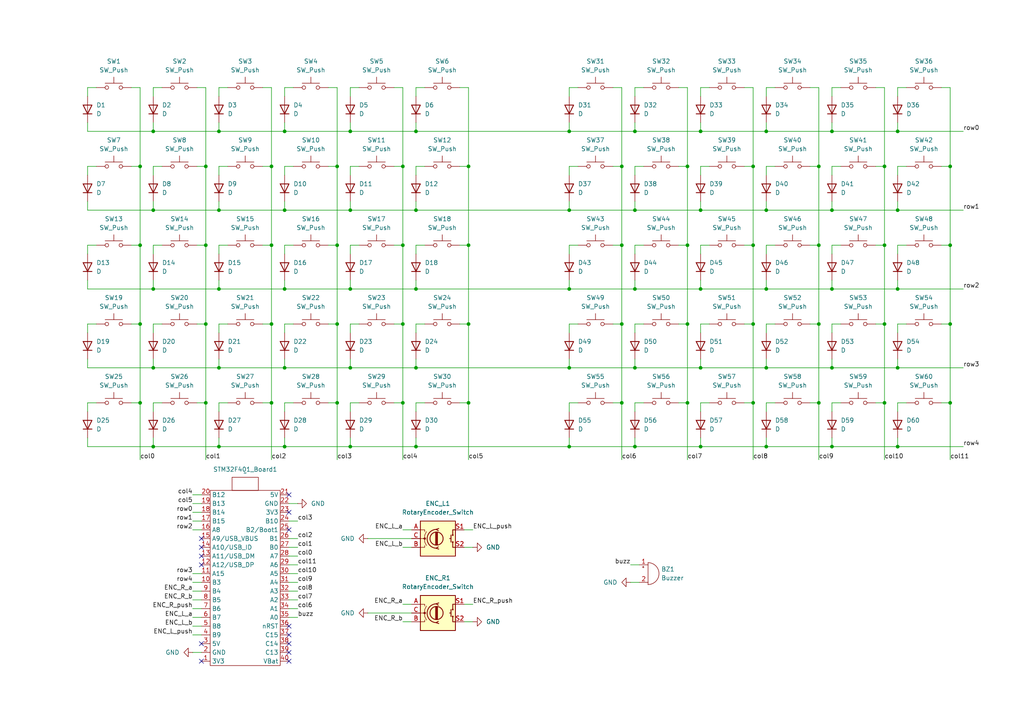
<source format=kicad_sch>
(kicad_sch (version 20250114) (generator "eeschema") (generator_version "9.0")
  (paper "A4")
  (junction (at 256.54 116.84))
  (junction (at 165.1 83.82))
  (junction (at 241.3 129.54))
  (junction (at 59.69 71.12))
  (junction (at 120.65 60.96))
  (junction (at 203.2 129.54))
  (junction (at 78.74 116.84))
  (junction (at 78.74 48.26))
  (junction (at 218.44 71.12))
  (junction (at 256.54 93.98))
  (junction (at 101.6 129.54))
  (junction (at 218.44 116.84))
  (junction (at 180.34 71.12))
  (junction (at 44.45 60.96))
  (junction (at 97.79 116.84))
  (junction (at 218.44 48.26))
  (junction (at 237.49 116.84))
  (junction (at 135.89 116.84))
  (junction (at 63.5 83.82))
  (junction (at 199.39 116.84))
  (junction (at 241.3 38.1))
  (junction (at 260.35 83.82))
  (junction (at 275.59 71.12))
  (junction (at 78.74 93.98))
  (junction (at 120.65 83.82))
  (junction (at 165.1 38.1))
  (junction (at 203.2 106.68))
  (junction (at 40.64 71.12))
  (junction (at 237.49 48.26))
  (junction (at 203.2 38.1))
  (junction (at 222.25 83.82))
  (junction (at 40.64 116.84))
  (junction (at 44.45 38.1))
  (junction (at 275.59 48.26))
  (junction (at 59.69 48.26))
  (junction (at 97.79 71.12))
  (junction (at 82.55 83.82))
  (junction (at 120.65 38.1))
  (junction (at 222.25 38.1))
  (junction (at 101.6 106.68))
  (junction (at 180.34 116.84))
  (junction (at 218.44 93.98))
  (junction (at 222.25 129.54))
  (junction (at 63.5 106.68))
  (junction (at 237.49 71.12))
  (junction (at 116.84 48.26))
  (junction (at 184.15 106.68))
  (junction (at 97.79 48.26))
  (junction (at 82.55 60.96))
  (junction (at 44.45 106.68))
  (junction (at 135.89 48.26))
  (junction (at 241.3 106.68))
  (junction (at 165.1 60.96))
  (junction (at 203.2 83.82))
  (junction (at 101.6 83.82))
  (junction (at 180.34 93.98))
  (junction (at 275.59 93.98))
  (junction (at 199.39 93.98))
  (junction (at 260.35 60.96))
  (junction (at 59.69 116.84))
  (junction (at 116.84 116.84))
  (junction (at 40.64 93.98))
  (junction (at 256.54 48.26))
  (junction (at 82.55 38.1))
  (junction (at 63.5 38.1))
  (junction (at 101.6 38.1))
  (junction (at 241.3 83.82))
  (junction (at 237.49 93.98))
  (junction (at 222.25 60.96))
  (junction (at 199.39 71.12))
  (junction (at 203.2 60.96))
  (junction (at 44.45 83.82))
  (junction (at 44.45 129.54))
  (junction (at 116.84 71.12))
  (junction (at 101.6 60.96))
  (junction (at 97.79 93.98))
  (junction (at 78.74 71.12))
  (junction (at 260.35 106.68))
  (junction (at 184.15 129.54))
  (junction (at 199.39 48.26))
  (junction (at 135.89 93.98))
  (junction (at 184.15 38.1))
  (junction (at 184.15 60.96))
  (junction (at 82.55 106.68))
  (junction (at 40.64 48.26))
  (junction (at 63.5 129.54))
  (junction (at 241.3 60.96))
  (junction (at 135.89 71.12))
  (junction (at 222.25 106.68))
  (junction (at 165.1 106.68))
  (junction (at 120.65 106.68))
  (junction (at 275.59 116.84))
  (junction (at 184.15 83.82))
  (junction (at 165.1 129.54))
  (junction (at 260.35 38.1))
  (junction (at 180.34 48.26))
  (junction (at 82.55 129.54))
  (junction (at 116.84 93.98))
  (junction (at 120.65 129.54))
  (junction (at 260.35 129.54))
  (junction (at 59.69 93.98))
  (junction (at 63.5 60.96))
  (junction (at 256.54 71.12))
  (no_connect (at 83.82 181.61))
  (no_connect (at 83.82 143.51))
  (no_connect (at 83.82 153.67))
  (no_connect (at 83.82 189.23))
  (no_connect (at 58.42 156.21))
  (no_connect (at 83.82 186.69))
  (no_connect (at 58.42 191.77))
  (no_connect (at 58.42 186.69))
  (no_connect (at 83.82 148.59))
  (no_connect (at 83.82 184.15))
  (no_connect (at 58.42 161.29))
  (no_connect (at 58.42 163.83))
  (no_connect (at 83.82 191.77))
  (no_connect (at 58.42 158.75))
  (wire (pts (xy 116.84 71.12) (xy 116.84 93.98)))
  (wire (pts (xy 165.1 38.1) (xy 184.15 38.1)))
  (wire (pts (xy 165.1 83.82) (xy 184.15 83.82)))
  (wire (pts (xy 55.88 148.59) (xy 58.42 148.59)))
  (wire (pts (xy 44.45 127) (xy 44.45 129.54)))
  (wire (pts (xy 275.59 93.98) (xy 275.59 116.84)))
  (wire (pts (xy 241.3 129.54) (xy 260.35 129.54)))
  (wire (pts (xy 222.25 71.12) (xy 222.25 73.66)))
  (wire (pts (xy 82.55 116.84) (xy 82.55 119.38)))
  (wire (pts (xy 44.45 25.4) (xy 44.45 27.94)))
  (wire (pts (xy 85.09 48.26) (xy 82.55 48.26)))
  (wire (pts (xy 95.25 48.26) (xy 97.79 48.26)))
  (wire (pts (xy 222.25 35.56) (xy 222.25 38.1)))
  (wire (pts (xy 203.2 129.54) (xy 222.25 129.54)))
  (wire (pts (xy 256.54 71.12) (xy 256.54 93.98)))
  (wire (pts (xy 66.04 48.26) (xy 63.5 48.26)))
  (wire (pts (xy 196.85 116.84) (xy 199.39 116.84)))
  (wire (pts (xy 25.4 129.54) (xy 44.45 129.54)))
  (wire (pts (xy 241.3 81.28) (xy 241.3 83.82)))
  (wire (pts (xy 260.35 81.28) (xy 260.35 83.82)))
  (wire (pts (xy 165.1 35.56) (xy 165.1 38.1)))
  (wire (pts (xy 25.4 116.84) (xy 25.4 119.38)))
  (wire (pts (xy 165.1 127) (xy 165.1 129.54)))
  (wire (pts (xy 165.1 60.96) (xy 184.15 60.96)))
  (wire (pts (xy 224.79 71.12) (xy 222.25 71.12)))
  (wire (pts (xy 262.89 116.84) (xy 260.35 116.84)))
  (wire (pts (xy 25.4 25.4) (xy 25.4 27.94)))
  (wire (pts (xy 237.49 48.26) (xy 237.49 71.12)))
  (wire (pts (xy 59.69 93.98) (xy 59.69 116.84)))
  (wire (pts (xy 63.5 48.26) (xy 63.5 50.8)))
  (wire (pts (xy 241.3 38.1) (xy 260.35 38.1)))
  (wire (pts (xy 82.55 83.82) (xy 101.6 83.82)))
  (wire (pts (xy 224.79 25.4) (xy 222.25 25.4)))
  (wire (pts (xy 123.19 93.98) (xy 120.65 93.98)))
  (wire (pts (xy 234.95 71.12) (xy 237.49 71.12)))
  (wire (pts (xy 44.45 106.68) (xy 63.5 106.68)))
  (wire (pts (xy 38.1 71.12) (xy 40.64 71.12)))
  (wire (pts (xy 114.3 25.4) (xy 116.84 25.4)))
  (wire (pts (xy 203.2 93.98) (xy 203.2 96.52)))
  (wire (pts (xy 186.69 25.4) (xy 184.15 25.4)))
  (wire (pts (xy 254 116.84) (xy 256.54 116.84)))
  (wire (pts (xy 78.74 116.84) (xy 78.74 133.35)))
  (wire (pts (xy 196.85 93.98) (xy 199.39 93.98)))
  (wire (pts (xy 120.65 116.84) (xy 120.65 119.38)))
  (wire (pts (xy 165.1 71.12) (xy 165.1 73.66)))
  (wire (pts (xy 184.15 127) (xy 184.15 129.54)))
  (wire (pts (xy 260.35 35.56) (xy 260.35 38.1)))
  (wire (pts (xy 120.65 129.54) (xy 165.1 129.54)))
  (wire (pts (xy 116.84 116.84) (xy 116.84 133.35)))
  (wire (pts (xy 55.88 143.51) (xy 58.42 143.51)))
  (wire (pts (xy 82.55 71.12) (xy 82.55 73.66)))
  (wire (pts (xy 256.54 116.84) (xy 256.54 133.35)))
  (wire (pts (xy 199.39 48.26) (xy 199.39 71.12)))
  (wire (pts (xy 184.15 58.42) (xy 184.15 60.96)))
  (wire (pts (xy 165.1 104.14) (xy 165.1 106.68)))
  (wire (pts (xy 57.15 71.12) (xy 59.69 71.12)))
  (wire (pts (xy 205.74 25.4) (xy 203.2 25.4)))
  (wire (pts (xy 165.1 25.4) (xy 165.1 27.94)))
  (wire (pts (xy 260.35 93.98) (xy 260.35 96.52)))
  (wire (pts (xy 25.4 60.96) (xy 44.45 60.96)))
  (wire (pts (xy 177.8 93.98) (xy 180.34 93.98)))
  (wire (pts (xy 120.65 127) (xy 120.65 129.54)))
  (wire (pts (xy 55.88 171.45) (xy 58.42 171.45)))
  (wire (pts (xy 205.74 93.98) (xy 203.2 93.98)))
  (wire (pts (xy 184.15 81.28) (xy 184.15 83.82)))
  (wire (pts (xy 135.89 71.12) (xy 135.89 93.98)))
  (wire (pts (xy 241.3 83.82) (xy 260.35 83.82)))
  (wire (pts (xy 215.9 116.84) (xy 218.44 116.84)))
  (wire (pts (xy 40.64 93.98) (xy 40.64 116.84)))
  (wire (pts (xy 222.25 104.14) (xy 222.25 106.68)))
  (wire (pts (xy 254 71.12) (xy 256.54 71.12)))
  (wire (pts (xy 25.4 48.26) (xy 25.4 50.8)))
  (wire (pts (xy 25.4 71.12) (xy 25.4 73.66)))
  (wire (pts (xy 243.84 116.84) (xy 241.3 116.84)))
  (wire (pts (xy 63.5 104.14) (xy 63.5 106.68)))
  (wire (pts (xy 97.79 93.98) (xy 97.79 116.84)))
  (wire (pts (xy 97.79 48.26) (xy 97.79 71.12)))
  (wire (pts (xy 165.1 58.42) (xy 165.1 60.96)))
  (wire (pts (xy 222.25 83.82) (xy 241.3 83.82)))
  (wire (pts (xy 83.82 158.75) (xy 86.36 158.75)))
  (wire (pts (xy 184.15 38.1) (xy 203.2 38.1)))
  (wire (pts (xy 203.2 60.96) (xy 222.25 60.96)))
  (wire (pts (xy 83.82 161.29) (xy 86.36 161.29)))
  (wire (pts (xy 25.4 127) (xy 25.4 129.54)))
  (wire (pts (xy 222.25 106.68) (xy 241.3 106.68)))
  (wire (pts (xy 63.5 129.54) (xy 82.55 129.54)))
  (wire (pts (xy 177.8 116.84) (xy 180.34 116.84)))
  (wire (pts (xy 203.2 104.14) (xy 203.2 106.68)))
  (wire (pts (xy 63.5 38.1) (xy 82.55 38.1)))
  (wire (pts (xy 55.88 146.05) (xy 58.42 146.05)))
  (wire (pts (xy 25.4 38.1) (xy 44.45 38.1)))
  (wire (pts (xy 224.79 48.26) (xy 222.25 48.26)))
  (wire (pts (xy 82.55 104.14) (xy 82.55 106.68)))
  (wire (pts (xy 101.6 93.98) (xy 101.6 96.52)))
  (wire (pts (xy 83.82 171.45) (xy 86.36 171.45)))
  (wire (pts (xy 116.84 153.67) (xy 119.38 153.67)))
  (wire (pts (xy 101.6 127) (xy 101.6 129.54)))
  (wire (pts (xy 243.84 25.4) (xy 241.3 25.4)))
  (wire (pts (xy 237.49 25.4) (xy 237.49 48.26)))
  (wire (pts (xy 184.15 116.84) (xy 184.15 119.38)))
  (wire (pts (xy 133.35 116.84) (xy 135.89 116.84)))
  (wire (pts (xy 55.88 151.13) (xy 58.42 151.13)))
  (wire (pts (xy 83.82 156.21) (xy 86.36 156.21)))
  (wire (pts (xy 184.15 106.68) (xy 203.2 106.68)))
  (wire (pts (xy 55.88 181.61) (xy 58.42 181.61)))
  (wire (pts (xy 203.2 48.26) (xy 203.2 50.8)))
  (wire (pts (xy 76.2 93.98) (xy 78.74 93.98)))
  (wire (pts (xy 46.99 116.84) (xy 44.45 116.84)))
  (wire (pts (xy 224.79 93.98) (xy 222.25 93.98)))
  (wire (pts (xy 182.88 168.91) (xy 185.42 168.91)))
  (wire (pts (xy 133.35 48.26) (xy 135.89 48.26)))
  (wire (pts (xy 224.79 116.84) (xy 222.25 116.84)))
  (wire (pts (xy 237.49 71.12) (xy 237.49 93.98)))
  (wire (pts (xy 66.04 93.98) (xy 63.5 93.98)))
  (wire (pts (xy 57.15 116.84) (xy 59.69 116.84)))
  (wire (pts (xy 97.79 116.84) (xy 97.79 133.35)))
  (wire (pts (xy 134.62 153.67) (xy 137.16 153.67)))
  (wire (pts (xy 180.34 116.84) (xy 180.34 133.35)))
  (wire (pts (xy 59.69 116.84) (xy 59.69 133.35)))
  (wire (pts (xy 241.3 60.96) (xy 260.35 60.96)))
  (wire (pts (xy 273.05 116.84) (xy 275.59 116.84)))
  (wire (pts (xy 55.88 184.15) (xy 58.42 184.15)))
  (wire (pts (xy 241.3 25.4) (xy 241.3 27.94)))
  (wire (pts (xy 82.55 81.28) (xy 82.55 83.82)))
  (wire (pts (xy 82.55 127) (xy 82.55 129.54)))
  (wire (pts (xy 273.05 48.26) (xy 275.59 48.26)))
  (wire (pts (xy 63.5 60.96) (xy 82.55 60.96)))
  (wire (pts (xy 186.69 93.98) (xy 184.15 93.98)))
  (wire (pts (xy 199.39 93.98) (xy 199.39 116.84)))
  (wire (pts (xy 101.6 48.26) (xy 101.6 50.8)))
  (wire (pts (xy 241.3 116.84) (xy 241.3 119.38)))
  (wire (pts (xy 78.74 71.12) (xy 78.74 93.98)))
  (wire (pts (xy 25.4 83.82) (xy 44.45 83.82)))
  (wire (pts (xy 123.19 116.84) (xy 120.65 116.84)))
  (wire (pts (xy 76.2 116.84) (xy 78.74 116.84)))
  (wire (pts (xy 205.74 71.12) (xy 203.2 71.12)))
  (wire (pts (xy 123.19 71.12) (xy 120.65 71.12)))
  (wire (pts (xy 199.39 25.4) (xy 199.39 48.26)))
  (wire (pts (xy 218.44 93.98) (xy 218.44 116.84)))
  (wire (pts (xy 256.54 25.4) (xy 256.54 48.26)))
  (wire (pts (xy 82.55 106.68) (xy 101.6 106.68)))
  (wire (pts (xy 116.84 175.26) (xy 119.38 175.26)))
  (wire (pts (xy 135.89 48.26) (xy 135.89 71.12)))
  (wire (pts (xy 101.6 83.82) (xy 120.65 83.82)))
  (wire (pts (xy 116.84 48.26) (xy 116.84 71.12)))
  (wire (pts (xy 63.5 25.4) (xy 63.5 27.94)))
  (wire (pts (xy 218.44 25.4) (xy 218.44 48.26)))
  (wire (pts (xy 184.15 129.54) (xy 203.2 129.54)))
  (wire (pts (xy 218.44 116.84) (xy 218.44 133.35)))
  (wire (pts (xy 78.74 93.98) (xy 78.74 116.84)))
  (wire (pts (xy 133.35 71.12) (xy 135.89 71.12)))
  (wire (pts (xy 63.5 71.12) (xy 63.5 73.66)))
  (wire (pts (xy 116.84 93.98) (xy 116.84 116.84)))
  (wire (pts (xy 196.85 71.12) (xy 199.39 71.12)))
  (wire (pts (xy 260.35 116.84) (xy 260.35 119.38)))
  (wire (pts (xy 78.74 48.26) (xy 78.74 71.12)))
  (wire (pts (xy 55.88 168.91) (xy 58.42 168.91)))
  (wire (pts (xy 203.2 106.68) (xy 222.25 106.68)))
  (wire (pts (xy 222.25 58.42) (xy 222.25 60.96)))
  (wire (pts (xy 123.19 48.26) (xy 120.65 48.26)))
  (wire (pts (xy 38.1 25.4) (xy 40.64 25.4)))
  (wire (pts (xy 260.35 129.54) (xy 279.4 129.54)))
  (wire (pts (xy 275.59 71.12) (xy 275.59 93.98)))
  (wire (pts (xy 254 93.98) (xy 256.54 93.98)))
  (wire (pts (xy 222.25 129.54) (xy 241.3 129.54)))
  (wire (pts (xy 222.25 93.98) (xy 222.25 96.52)))
  (wire (pts (xy 260.35 83.82) (xy 279.4 83.82)))
  (wire (pts (xy 165.1 129.54) (xy 184.15 129.54)))
  (wire (pts (xy 63.5 116.84) (xy 63.5 119.38)))
  (wire (pts (xy 25.4 81.28) (xy 25.4 83.82)))
  (wire (pts (xy 40.64 116.84) (xy 40.64 133.35)))
  (wire (pts (xy 167.64 116.84) (xy 165.1 116.84)))
  (wire (pts (xy 46.99 48.26) (xy 44.45 48.26)))
  (wire (pts (xy 38.1 93.98) (xy 40.64 93.98)))
  (wire (pts (xy 273.05 71.12) (xy 275.59 71.12)))
  (wire (pts (xy 101.6 129.54) (xy 120.65 129.54)))
  (wire (pts (xy 241.3 104.14) (xy 241.3 106.68)))
  (wire (pts (xy 243.84 93.98) (xy 241.3 93.98)))
  (wire (pts (xy 95.25 71.12) (xy 97.79 71.12)))
  (wire (pts (xy 63.5 127) (xy 63.5 129.54)))
  (wire (pts (xy 25.4 58.42) (xy 25.4 60.96)))
  (wire (pts (xy 243.84 48.26) (xy 241.3 48.26)))
  (wire (pts (xy 184.15 93.98) (xy 184.15 96.52)))
  (wire (pts (xy 85.09 93.98) (xy 82.55 93.98)))
  (wire (pts (xy 63.5 58.42) (xy 63.5 60.96)))
  (wire (pts (xy 180.34 93.98) (xy 180.34 116.84)))
  (wire (pts (xy 101.6 58.42) (xy 101.6 60.96)))
  (wire (pts (xy 82.55 93.98) (xy 82.55 96.52)))
  (wire (pts (xy 46.99 25.4) (xy 44.45 25.4)))
  (wire (pts (xy 120.65 60.96) (xy 165.1 60.96)))
  (wire (pts (xy 222.25 127) (xy 222.25 129.54)))
  (wire (pts (xy 97.79 71.12) (xy 97.79 93.98)))
  (wire (pts (xy 243.84 71.12) (xy 241.3 71.12)))
  (wire (pts (xy 44.45 60.96) (xy 63.5 60.96)))
  (wire (pts (xy 199.39 116.84) (xy 199.39 133.35)))
  (wire (pts (xy 27.94 116.84) (xy 25.4 116.84)))
  (wire (pts (xy 120.65 93.98) (xy 120.65 96.52)))
  (wire (pts (xy 234.95 48.26) (xy 237.49 48.26)))
  (wire (pts (xy 55.88 189.23) (xy 58.42 189.23)))
  (wire (pts (xy 215.9 48.26) (xy 218.44 48.26)))
  (wire (pts (xy 165.1 93.98) (xy 165.1 96.52)))
  (wire (pts (xy 120.65 71.12) (xy 120.65 73.66)))
  (wire (pts (xy 237.49 93.98) (xy 237.49 116.84)))
  (wire (pts (xy 196.85 48.26) (xy 199.39 48.26)))
  (wire (pts (xy 133.35 93.98) (xy 135.89 93.98)))
  (wire (pts (xy 63.5 83.82) (xy 82.55 83.82)))
  (wire (pts (xy 114.3 93.98) (xy 116.84 93.98)))
  (wire (pts (xy 262.89 25.4) (xy 260.35 25.4)))
  (wire (pts (xy 82.55 48.26) (xy 82.55 50.8)))
  (wire (pts (xy 215.9 93.98) (xy 218.44 93.98)))
  (wire (pts (xy 180.34 48.26) (xy 180.34 71.12)))
  (wire (pts (xy 184.15 83.82) (xy 203.2 83.82)))
  (wire (pts (xy 27.94 25.4) (xy 25.4 25.4)))
  (wire (pts (xy 222.25 116.84) (xy 222.25 119.38)))
  (wire (pts (xy 260.35 60.96) (xy 279.4 60.96)))
  (wire (pts (xy 25.4 106.68) (xy 44.45 106.68)))
  (wire (pts (xy 184.15 48.26) (xy 184.15 50.8)))
  (wire (pts (xy 222.25 38.1) (xy 241.3 38.1)))
  (wire (pts (xy 44.45 104.14) (xy 44.45 106.68)))
  (wire (pts (xy 275.59 48.26) (xy 275.59 71.12)))
  (wire (pts (xy 25.4 35.56) (xy 25.4 38.1)))
  (wire (pts (xy 205.74 116.84) (xy 203.2 116.84)))
  (wire (pts (xy 241.3 93.98) (xy 241.3 96.52)))
  (wire (pts (xy 63.5 106.68) (xy 82.55 106.68)))
  (wire (pts (xy 184.15 35.56) (xy 184.15 38.1)))
  (wire (pts (xy 114.3 71.12) (xy 116.84 71.12)))
  (wire (pts (xy 83.82 151.13) (xy 86.36 151.13)))
  (wire (pts (xy 78.74 25.4) (xy 78.74 48.26)))
  (wire (pts (xy 222.25 25.4) (xy 222.25 27.94)))
  (wire (pts (xy 167.64 25.4) (xy 165.1 25.4)))
  (wire (pts (xy 234.95 25.4) (xy 237.49 25.4)))
  (wire (pts (xy 44.45 48.26) (xy 44.45 50.8)))
  (wire (pts (xy 59.69 48.26) (xy 59.69 71.12)))
  (wire (pts (xy 203.2 116.84) (xy 203.2 119.38)))
  (wire (pts (xy 165.1 116.84) (xy 165.1 119.38)))
  (wire (pts (xy 83.82 179.07) (xy 86.36 179.07)))
  (wire (pts (xy 106.68 156.21) (xy 119.38 156.21)))
  (wire (pts (xy 44.45 83.82) (xy 63.5 83.82)))
  (wire (pts (xy 222.25 81.28) (xy 222.25 83.82)))
  (wire (pts (xy 215.9 71.12) (xy 218.44 71.12)))
  (wire (pts (xy 44.45 38.1) (xy 63.5 38.1)))
  (wire (pts (xy 40.64 48.26) (xy 40.64 71.12)))
  (wire (pts (xy 104.14 116.84) (xy 101.6 116.84)))
  (wire (pts (xy 203.2 127) (xy 203.2 129.54)))
  (wire (pts (xy 262.89 48.26) (xy 260.35 48.26)))
  (wire (pts (xy 165.1 81.28) (xy 165.1 83.82)))
  (wire (pts (xy 134.62 158.75) (xy 137.16 158.75)))
  (wire (pts (xy 167.64 93.98) (xy 165.1 93.98)))
  (wire (pts (xy 104.14 25.4) (xy 101.6 25.4)))
  (wire (pts (xy 82.55 58.42) (xy 82.55 60.96)))
  (wire (pts (xy 25.4 104.14) (xy 25.4 106.68)))
  (wire (pts (xy 273.05 93.98) (xy 275.59 93.98)))
  (wire (pts (xy 101.6 81.28) (xy 101.6 83.82)))
  (wire (pts (xy 275.59 116.84) (xy 275.59 133.35)))
  (wire (pts (xy 120.65 35.56) (xy 120.65 38.1)))
  (wire (pts (xy 82.55 38.1) (xy 101.6 38.1)))
  (wire (pts (xy 44.45 129.54) (xy 63.5 129.54)))
  (wire (pts (xy 101.6 35.56) (xy 101.6 38.1)))
  (wire (pts (xy 82.55 25.4) (xy 82.55 27.94)))
  (wire (pts (xy 262.89 71.12) (xy 260.35 71.12)))
  (wire (pts (xy 76.2 71.12) (xy 78.74 71.12)))
  (wire (pts (xy 83.82 168.91) (xy 86.36 168.91)))
  (wire (pts (xy 101.6 71.12) (xy 101.6 73.66)))
  (wire (pts (xy 260.35 71.12) (xy 260.35 73.66)))
  (wire (pts (xy 57.15 93.98) (xy 59.69 93.98)))
  (wire (pts (xy 101.6 104.14) (xy 101.6 106.68)))
  (wire (pts (xy 186.69 71.12) (xy 184.15 71.12)))
  (wire (pts (xy 177.8 48.26) (xy 180.34 48.26)))
  (wire (pts (xy 83.82 166.37) (xy 86.36 166.37)))
  (wire (pts (xy 95.25 93.98) (xy 97.79 93.98)))
  (wire (pts (xy 46.99 93.98) (xy 44.45 93.98)))
  (wire (pts (xy 44.45 71.12) (xy 44.45 73.66)))
  (wire (pts (xy 44.45 116.84) (xy 44.45 119.38)))
  (wire (pts (xy 241.3 71.12) (xy 241.3 73.66)))
  (wire (pts (xy 55.88 166.37) (xy 58.42 166.37)))
  (wire (pts (xy 27.94 48.26) (xy 25.4 48.26)))
  (wire (pts (xy 38.1 116.84) (xy 40.64 116.84)))
  (wire (pts (xy 63.5 93.98) (xy 63.5 96.52)))
  (wire (pts (xy 241.3 58.42) (xy 241.3 60.96)))
  (wire (pts (xy 203.2 58.42) (xy 203.2 60.96)))
  (wire (pts (xy 86.36 146.05) (xy 83.82 146.05)))
  (wire (pts (xy 180.34 25.4) (xy 180.34 48.26)))
  (wire (pts (xy 104.14 48.26) (xy 101.6 48.26)))
  (wire (pts (xy 241.3 48.26) (xy 241.3 50.8)))
  (wire (pts (xy 186.69 48.26) (xy 184.15 48.26)))
  (wire (pts (xy 134.62 180.34) (xy 137.16 180.34)))
  (wire (pts (xy 135.89 93.98) (xy 135.89 116.84)))
  (wire (pts (xy 116.84 25.4) (xy 116.84 48.26)))
  (wire (pts (xy 256.54 48.26) (xy 256.54 71.12)))
  (wire (pts (xy 66.04 25.4) (xy 63.5 25.4)))
  (wire (pts (xy 40.64 25.4) (xy 40.64 48.26)))
  (wire (pts (xy 101.6 116.84) (xy 101.6 119.38)))
  (wire (pts (xy 260.35 48.26) (xy 260.35 50.8)))
  (wire (pts (xy 120.65 38.1) (xy 165.1 38.1)))
  (wire (pts (xy 203.2 81.28) (xy 203.2 83.82)))
  (wire (pts (xy 101.6 25.4) (xy 101.6 27.94)))
  (wire (pts (xy 59.69 71.12) (xy 59.69 93.98)))
  (wire (pts (xy 83.82 163.83) (xy 86.36 163.83)))
  (wire (pts (xy 114.3 48.26) (xy 116.84 48.26)))
  (wire (pts (xy 133.35 25.4) (xy 135.89 25.4)))
  (wire (pts (xy 101.6 38.1) (xy 120.65 38.1)))
  (wire (pts (xy 57.15 25.4) (xy 59.69 25.4)))
  (wire (pts (xy 55.88 173.99) (xy 58.42 173.99)))
  (wire (pts (xy 116.84 158.75) (xy 119.38 158.75)))
  (wire (pts (xy 55.88 179.07) (xy 58.42 179.07)))
  (wire (pts (xy 203.2 71.12) (xy 203.2 73.66)))
  (wire (pts (xy 120.65 58.42) (xy 120.65 60.96)))
  (wire (pts (xy 85.09 71.12) (xy 82.55 71.12)))
  (wire (pts (xy 120.65 83.82) (xy 165.1 83.82)))
  (wire (pts (xy 114.3 116.84) (xy 116.84 116.84)))
  (wire (pts (xy 135.89 25.4) (xy 135.89 48.26)))
  (wire (pts (xy 101.6 106.68) (xy 120.65 106.68)))
  (wire (pts (xy 184.15 71.12) (xy 184.15 73.66)))
  (wire (pts (xy 182.88 163.83) (xy 185.42 163.83)))
  (wire (pts (xy 203.2 83.82) (xy 222.25 83.82)))
  (wire (pts (xy 203.2 25.4) (xy 203.2 27.94)))
  (wire (pts (xy 123.19 25.4) (xy 120.65 25.4)))
  (wire (pts (xy 260.35 106.68) (xy 279.4 106.68)))
  (wire (pts (xy 177.8 25.4) (xy 180.34 25.4)))
  (wire (pts (xy 260.35 104.14) (xy 260.35 106.68)))
  (wire (pts (xy 120.65 81.28) (xy 120.65 83.82)))
  (wire (pts (xy 203.2 38.1) (xy 222.25 38.1)))
  (wire (pts (xy 260.35 58.42) (xy 260.35 60.96)))
  (wire (pts (xy 85.09 116.84) (xy 82.55 116.84)))
  (wire (pts (xy 203.2 35.56) (xy 203.2 38.1)))
  (wire (pts (xy 134.62 175.26) (xy 137.16 175.26)))
  (wire (pts (xy 120.65 48.26) (xy 120.65 50.8)))
  (wire (pts (xy 83.82 173.99) (xy 86.36 173.99)))
  (wire (pts (xy 177.8 71.12) (xy 180.34 71.12)))
  (wire (pts (xy 104.14 71.12) (xy 101.6 71.12)))
  (wire (pts (xy 40.64 71.12) (xy 40.64 93.98)))
  (wire (pts (xy 196.85 25.4) (xy 199.39 25.4)))
  (wire (pts (xy 184.15 25.4) (xy 184.15 27.94)))
  (wire (pts (xy 44.45 58.42) (xy 44.45 60.96)))
  (wire (pts (xy 120.65 104.14) (xy 120.65 106.68)))
  (wire (pts (xy 205.74 48.26) (xy 203.2 48.26)))
  (wire (pts (xy 66.04 116.84) (xy 63.5 116.84)))
  (wire (pts (xy 101.6 60.96) (xy 120.65 60.96)))
  (wire (pts (xy 95.25 25.4) (xy 97.79 25.4)))
  (wire (pts (xy 222.25 48.26) (xy 222.25 50.8)))
  (wire (pts (xy 82.55 60.96) (xy 101.6 60.96)))
  (wire (pts (xy 167.64 71.12) (xy 165.1 71.12)))
  (wire (pts (xy 222.25 60.96) (xy 241.3 60.96)))
  (wire (pts (xy 262.89 93.98) (xy 260.35 93.98)))
  (wire (pts (xy 55.88 176.53) (xy 58.42 176.53)))
  (wire (pts (xy 237.49 116.84) (xy 237.49 133.35)))
  (wire (pts (xy 38.1 48.26) (xy 40.64 48.26)))
  (wire (pts (xy 184.15 60.96) (xy 203.2 60.96)))
  (wire (pts (xy 82.55 35.56) (xy 82.55 38.1)))
  (wire (pts (xy 63.5 81.28) (xy 63.5 83.82)))
  (wire (pts (xy 44.45 81.28) (xy 44.45 83.82)))
  (wire (pts (xy 85.09 25.4) (xy 82.55 25.4)))
  (wire (pts (xy 135.89 116.84) (xy 135.89 133.35)))
  (wire (pts (xy 260.35 25.4) (xy 260.35 27.94)))
  (wire (pts (xy 59.69 25.4) (xy 59.69 48.26)))
  (wire (pts (xy 104.14 93.98) (xy 101.6 93.98)))
  (wire (pts (xy 95.25 116.84) (xy 97.79 116.84)))
  (wire (pts (xy 273.05 25.4) (xy 275.59 25.4)))
  (wire (pts (xy 199.39 71.12) (xy 199.39 93.98)))
  (wire (pts (xy 215.9 25.4) (xy 218.44 25.4)))
  (wire (pts (xy 97.79 25.4) (xy 97.79 48.26)))
  (wire (pts (xy 44.45 93.98) (xy 44.45 96.52)))
  (wire (pts (xy 44.45 35.56) (xy 44.45 38.1)))
  (wire (pts (xy 241.3 106.68) (xy 260.35 106.68)))
  (wire (pts (xy 66.04 71.12) (xy 63.5 71.12)))
  (wire (pts (xy 82.55 129.54) (xy 101.6 129.54)))
  (wire (pts (xy 241.3 127) (xy 241.3 129.54)))
  (wire (pts (xy 218.44 71.12) (xy 218.44 93.98)))
  (wire (pts (xy 120.65 25.4) (xy 120.65 27.94)))
  (wire (pts (xy 76.2 48.26) (xy 78.74 48.26)))
  (wire (pts (xy 27.94 71.12) (xy 25.4 71.12)))
  (wire (pts (xy 180.34 71.12) (xy 180.34 93.98)))
  (wire (pts (xy 241.3 35.56) (xy 241.3 38.1)))
  (wire (pts (xy 76.2 25.4) (xy 78.74 25.4)))
  (wire (pts (xy 116.84 180.34) (xy 119.38 180.34)))
  (wire (pts (xy 218.44 48.26) (xy 218.44 71.12)))
  (wire (pts (xy 260.35 127) (xy 260.35 129.54)))
  (wire (pts (xy 254 48.26) (xy 256.54 48.26)))
  (wire (pts (xy 186.69 116.84) (xy 184.15 116.84)))
  (wire (pts (xy 167.64 48.26) (xy 165.1 48.26)))
  (wire (pts (xy 25.4 93.98) (xy 25.4 96.52)))
  (wire (pts (xy 275.59 25.4) (xy 275.59 48.26)))
  (wire (pts (xy 63.5 35.56) (xy 63.5 38.1)))
  (wire (pts (xy 165.1 106.68) (xy 184.15 106.68)))
  (wire (pts (xy 57.15 48.26) (xy 59.69 48.26)))
  (wire (pts (xy 260.35 38.1) (xy 279.4 38.1)))
  (wire (pts (xy 55.88 153.67) (xy 58.42 153.67)))
  (wire (pts (xy 254 25.4) (xy 256.54 25.4)))
  (wire (pts (xy 234.95 93.98) (xy 237.49 93.98)))
  (wire (pts (xy 184.15 104.14) (xy 184.15 106.68)))
  (wire (pts (xy 120.65 106.68) (xy 165.1 106.68)))
  (wire (pts (xy 165.1 48.26) (xy 165.1 50.8)))
  (wire (pts (xy 256.54 93.98) (xy 256.54 116.84)))
  (wire (pts (xy 46.99 71.12) (xy 44.45 71.12)))
  (wire (pts (xy 234.95 116.84) (xy 237.49 116.84)))
  (wire (pts (xy 106.68 177.8) (xy 119.38 177.8)))
  (wire (pts (xy 83.82 176.53) (xy 86.36 176.53)))
  (wire (pts (xy 27.94 93.98) (xy 25.4 93.98)))
  (label "col1" (at 86.36 158.75 0))
  (label "col7" (at 86.36 173.99 0))
  (label "col1" (at 59.69 133.35 0))
  (label "row3" (at 279.4 106.68 0))
  (label "row2" (at 55.88 153.67 180))
  (label "row4" (at 55.88 168.91 180))
  (label "ENC_R_a" (at 55.88 171.45 180))
  (label "col0" (at 86.36 161.29 0))
  (label "col4" (at 116.84 133.35 0))
  (label "row1" (at 55.88 151.13 180))
  (label "col6" (at 86.36 176.53 0))
  (label "ENC_R_a" (at 116.84 175.26 180))
  (label "buzz" (at 182.88 163.83 180))
  (label "col8" (at 86.3544 171.45 0))
  (label "ENC_R_push" (at 137.16 175.26 0))
  (label "ENC_R_b" (at 116.84 180.34 180))
  (label "row2" (at 279.4 83.82 0))
  (label "col9" (at 237.49 133.35 0))
  (label "ENC_L_push" (at 137.16 153.67 0))
  (label "col4" (at 55.88 143.51 180))
  (label "col5" (at 135.89 133.35 0))
  (label "ENC_R_b" (at 55.88 173.99 180))
  (label "row4" (at 279.4 129.54 0))
  (label "ENC_L_a" (at 116.84 153.67 180))
  (label "col6" (at 180.34 133.35 0))
  (label "ENC_L_a" (at 55.88 179.07 180))
  (label "col3" (at 86.36 151.13 0))
  (label "col9" (at 86.36 168.91 0))
  (label "row0" (at 279.4 38.1 0))
  (label "col10" (at 86.36 166.37 0))
  (label "ENC_L_b" (at 116.84 158.75 180))
  (label "ENC_L_b" (at 55.88 181.61 180))
  (label "buzz" (at 86.36 179.07 0))
  (label "col7" (at 199.39 133.35 0))
  (label "col11" (at 275.59 133.35 0))
  (label "row3" (at 55.88 166.37 180))
  (label "row0" (at 55.88 148.59 180))
  (label "col2" (at 86.36 156.21 0))
  (label "col11" (at 86.36 163.83 0))
  (label "ENC_R_push" (at 55.88 176.53 180))
  (label "ENC_L_push" (at 55.88 184.15 180))
  (label "col2" (at 78.74 133.35 0))
  (label "col5" (at 55.88 146.05 180))
  (label "col3" (at 97.79 133.35 0))
  (label "col8" (at 218.44 133.35 0))
  (label "col10" (at 256.54 133.35 0))
  (label "col0" (at 40.64 133.35 0))
  (label "row1" (at 279.4 60.96 0))
  (symbol (lib_id "Switch:SW_Push") (at 90.17 48.26 0) (unit 1)
    (property "Reference" "SW10" (at 90.17 40.64 0))
    (property "Value" "SW_Push" (at 90.17 43.18 0))
    (property "Footprint" "ftvkyo:Kailh Choc v1 socket with switch" (effects (hide yes)))
    (property "Description" "Push button switch, generic, two pins" (effects (hide yes)))
  )
  (symbol (lib_id "Switch:SW_Push") (at 33.02 71.12 0) (unit 1)
    (property "Reference" "SW13" (at 33.02 63.5 0))
    (property "Value" "SW_Push" (at 33.02 66.04 0))
    (property "Footprint" "ftvkyo:Kailh Choc v1 socket with switch" (effects (hide yes)))
    (property "Description" "Push button switch, generic, two pins" (effects (hide yes)))
  )
  (symbol (lib_id "Switch:SW_Push") (at 128.27 71.12 0) (unit 1)
    (property "Reference" "SW18" (at 128.27 63.5 0))
    (property "Value" "SW_Push" (at 128.27 66.04 0))
    (property "Footprint" "ftvkyo:Kailh Choc v1 socket with switch" (effects (hide yes)))
    (property "Description" "Push button switch, generic, two pins" (effects (hide yes)))
  )
  (symbol (lib_id "Device:D") (at 82.55 54.61 90) (unit 1)
    (property "Reference" "D10" (at 85.09 53.3399 90) (effects (justify right)))
    (property "Value" "D" (at 85.09 55.8799 90) (effects (justify right)))
    (property "Footprint" "ftvkyo:D_1N4148_TH" (effects (hide yes)))
    (property "Description" "Diode" (effects (hide yes)))
    (property "Sim.Device" "D" (effects (hide yes)))
    (property "Sim.Pins" "1=K 2=A" (effects (hide yes)))
  )
  (symbol (lib_id "Switch:SW_Push") (at 52.07 71.12 0) (unit 1)
    (property "Reference" "SW14" (at 52.07 63.5 0))
    (property "Value" "SW_Push" (at 52.07 66.04 0))
    (property "Footprint" "ftvkyo:Kailh Choc v1 socket with switch" (effects (hide yes)))
    (property "Description" "Push button switch, generic, two pins" (effects (hide yes)))
  )
  (symbol (lib_id "Device:D") (at 203.2 123.19 90) (unit 1)
    (property "Reference" "D57" (at 205.74 121.9199 90) (effects (justify right)))
    (property "Value" "D" (at 205.74 124.4599 90) (effects (justify right)))
    (property "Footprint" "ftvkyo:D_1N4148_TH" (effects (hide yes)))
    (property "Description" "Diode" (effects (hide yes)))
    (property "Sim.Device" "D" (effects (hide yes)))
    (property "Sim.Pins" "1=K 2=A" (effects (hide yes)))
  )
  (symbol (lib_id "Switch:SW_Push") (at 71.12 25.4 0) (unit 1)
    (property "Reference" "SW3" (at 71.12 17.78 0))
    (property "Value" "SW_Push" (at 71.12 20.32 0))
    (property "Footprint" "ftvkyo:Kailh Choc v1 socket with switch" (effects (hide yes)))
    (property "Description" "Push button switch, generic, two pins" (effects (hide yes)))
  )
  (symbol (lib_id "Device:D") (at 203.2 77.47 90) (unit 1)
    (property "Reference" "D45" (at 205.74 76.1999 90) (effects (justify right)))
    (property "Value" "D" (at 205.74 78.7399 90) (effects (justify right)))
    (property "Footprint" "ftvkyo:D_1N4148_TH" (effects (hide yes)))
    (property "Description" "Diode" (effects (hide yes)))
    (property "Sim.Device" "D" (effects (hide yes)))
    (property "Sim.Pins" "1=K 2=A" (effects (hide yes)))
  )
  (symbol (lib_id "Switch:SW_Push") (at 109.22 71.12 0) (unit 1)
    (property "Reference" "SW17" (at 109.22 63.5 0))
    (property "Value" "SW_Push" (at 109.22 66.04 0))
    (property "Footprint" "ftvkyo:Kailh Choc v1 socket with switch" (effects (hide yes)))
    (property "Description" "Push button switch, generic, two pins" (effects (hide yes)))
  )
  (symbol (lib_id "Switch:SW_Push") (at 90.17 116.84 0) (unit 1)
    (property "Reference" "SW28" (at 90.17 109.22 0))
    (property "Value" "SW_Push" (at 90.17 111.76 0))
    (property "Footprint" "ftvkyo:Kailh Choc v1 socket with switch" (effects (hide yes)))
    (property "Description" "Push button switch, generic, two pins" (effects (hide yes)))
  )
  (symbol (lib_id "Device:D") (at 165.1 123.19 90) (unit 1)
    (property "Reference" "D55" (at 167.64 121.9199 90) (effects (justify right)))
    (property "Value" "D" (at 167.64 124.4599 90) (effects (justify right)))
    (property "Footprint" "ftvkyo:D_1N4148_TH" (effects (hide yes)))
    (property "Description" "Diode" (effects (hide yes)))
    (property "Sim.Device" "D" (effects (hide yes)))
    (property "Sim.Pins" "1=K 2=A" (effects (hide yes)))
  )
  (symbol (lib_id "Switch:SW_Push") (at 172.72 48.26 0) (unit 1)
    (property "Reference" "SW37" (at 172.72 40.64 0))
    (property "Value" "SW_Push" (at 172.72 43.18 0))
    (property "Footprint" "ftvkyo:Kailh Choc v1 socket with switch" (effects (hide yes)))
    (property "Description" "Push button switch, generic, two pins" (effects (hide yes)))
  )
  (symbol (lib_id "Device:D") (at 120.65 100.33 90) (unit 1)
    (property "Reference" "D24" (at 123.19 99.0599 90) (effects (justify right)))
    (property "Value" "D" (at 123.19 101.5999 90) (effects (justify right)))
    (property "Footprint" "ftvkyo:D_1N4148_TH" (effects (hide yes)))
    (property "Description" "Diode" (effects (hide yes)))
    (property "Sim.Device" "D" (effects (hide yes)))
    (property "Sim.Pins" "1=K 2=A" (effects (hide yes)))
  )
  (symbol (lib_id "Device:D") (at 222.25 100.33 90) (unit 1)
    (property "Reference" "D52" (at 224.79 99.0599 90) (effects (justify right)))
    (property "Value" "D" (at 224.79 101.5999 90) (effects (justify right)))
    (property "Footprint" "ftvkyo:D_1N4148_TH" (effects (hide yes)))
    (property "Description" "Diode" (effects (hide yes)))
    (property "Sim.Device" "D" (effects (hide yes)))
    (property "Sim.Pins" "1=K 2=A" (effects (hide yes)))
  )
  (symbol (lib_id "Switch:SW_Push") (at 210.82 116.84 0) (unit 1)
    (property "Reference" "SW57" (at 210.82 109.22 0))
    (property "Value" "SW_Push" (at 210.82 111.76 0))
    (property "Footprint" "ftvkyo:Kailh Choc v1 socket with switch" (effects (hide yes)))
    (property "Description" "Push button switch, generic, two pins" (effects (hide yes)))
  )
  (symbol (lib_id "Device:D") (at 241.3 54.61 90) (unit 1)
    (property "Reference" "D41" (at 243.84 53.3399 90) (effects (justify right)))
    (property "Value" "D" (at 243.84 55.8799 90) (effects (justify right)))
    (property "Footprint" "ftvkyo:D_1N4148_TH" (effects (hide yes)))
    (property "Description" "Diode" (effects (hide yes)))
    (property "Sim.Device" "D" (effects (hide yes)))
    (property "Sim.Pins" "1=K 2=A" (effects (hide yes)))
  )
  (symbol (lib_id "Device:D") (at 82.55 100.33 90) (unit 1)
    (property "Reference" "D22" (at 85.09 99.0599 90) (effects (justify right)))
    (property "Value" "D" (at 85.09 101.5999 90) (effects (justify right)))
    (property "Footprint" "ftvkyo:D_1N4148_TH" (effects (hide yes)))
    (property "Description" "Diode" (effects (hide yes)))
    (property "Sim.Device" "D" (effects (hide yes)))
    (property "Sim.Pins" "1=K 2=A" (effects (hide yes)))
  )
  (symbol (lib_id "Switch:SW_Push") (at 248.92 71.12 0) (unit 1)
    (property "Reference" "SW47" (at 248.92 63.5 0))
    (property "Value" "SW_Push" (at 248.92 66.04 0))
    (property "Footprint" "ftvkyo:Kailh Choc v1 socket with switch" (effects (hide yes)))
    (property "Description" "Push button switch, generic, two pins" (effects (hide yes)))
  )
  (symbol (lib_id "Switch:SW_Push") (at 229.87 48.26 0) (unit 1)
    (property "Reference" "SW40" (at 229.87 40.64 0))
    (property "Value" "SW_Push" (at 229.87 43.18 0))
    (property "Footprint" "ftvkyo:Kailh Choc v1 socket with switch" (effects (hide yes)))
    (property "Description" "Push button switch, generic, two pins" (effects (hide yes)))
  )
  (symbol (lib_id "Switch:SW_Push") (at 71.12 93.98 0) (unit 1)
    (property "Reference" "SW21" (at 71.12 86.36 0))
    (property "Value" "SW_Push" (at 71.12 88.9 0))
    (property "Footprint" "ftvkyo:Kailh Choc v1 socket with switch" (effects (hide yes)))
    (property "Description" "Push button switch, generic, two pins" (effects (hide yes)))
  )
  (symbol (lib_id "Device:RotaryEncoder_Switch") (at 127 156.21 0) (unit 1)
    (property "Reference" "ENC_L1" (at 127 146.05 0))
    (property "Value" "RotaryEncoder_Switch" (at 127 148.59 0))
    (property "Footprint" "Rotary_Encoder:RotaryEncoder_Alps_EC11E-Switch_Vertical_H20mm_MountingHoles" (effects (hide yes)))
    (property "Description" "Rotary encoder, dual channel, incremental quadrate outputs, with switch" (effects (hide yes)))
  )
  (symbol (lib_id "Device:D") (at 260.35 100.33 90) (unit 1)
    (property "Reference" "D54" (at 262.89 99.0599 90) (effects (justify right)))
    (property "Value" "D" (at 262.89 101.5999 90) (effects (justify right)))
    (property "Footprint" "ftvkyo:D_1N4148_TH" (effects (hide yes)))
    (property "Description" "Diode" (effects (hide yes)))
    (property "Sim.Device" "D" (effects (hide yes)))
    (property "Sim.Pins" "1=K 2=A" (effects (hide yes)))
  )
  (symbol (lib_id "Device:D") (at 120.65 77.47 90) (unit 1)
    (property "Reference" "D18" (at 123.19 76.1999 90) (effects (justify right)))
    (property "Value" "D" (at 123.19 78.7399 90) (effects (justify right)))
    (property "Footprint" "ftvkyo:D_1N4148_TH" (effects (hide yes)))
    (property "Description" "Diode" (effects (hide yes)))
    (property "Sim.Device" "D" (effects (hide yes)))
    (property "Sim.Pins" "1=K 2=A" (effects (hide yes)))
  )
  (symbol (lib_id "Device:D") (at 260.35 123.19 90) (unit 1)
    (property "Reference" "D60" (at 262.89 121.9199 90) (effects (justify right)))
    (property "Value" "D" (at 262.89 124.4599 90) (effects (justify right)))
    (property "Footprint" "ftvkyo:D_1N4148_TH" (effects (hide yes)))
    (property "Description" "Diode" (effects (hide yes)))
    (property "Sim.Device" "D" (effects (hide yes)))
    (property "Sim.Pins" "1=K 2=A" (effects (hide yes)))
  )
  (symbol (lib_id "Switch:SW_Push") (at 267.97 93.98 0) (unit 1)
    (property "Reference" "SW54" (at 267.97 86.36 0))
    (property "Value" "SW_Push" (at 267.97 88.9 0))
    (property "Footprint" "ftvkyo:Kailh Choc v1 socket with switch" (effects (hide yes)))
    (property "Description" "Push button switch, generic, two pins" (effects (hide yes)))
  )
  (symbol (lib_id "Device:D") (at 63.5 54.61 90) (unit 1)
    (property "Reference" "D9" (at 66.04 53.3399 90) (effects (justify right)))
    (property "Value" "D" (at 66.04 55.8799 90) (effects (justify right)))
    (property "Footprint" "ftvkyo:D_1N4148_TH" (effects (hide yes)))
    (property "Description" "Diode" (effects (hide yes)))
    (property "Sim.Device" "D" (effects (hide yes)))
    (property "Sim.Pins" "1=K 2=A" (effects (hide yes)))
  )
  (symbol (lib_id "power:GND") (at 106.68 156.21 270) (unit 1)
    (property "Reference" "#PWR03" (effects (hide yes)))
    (property "Value" "GND" (at 102.87 156.2099 90) (effects (justify right)))
    (property "Description" "Power symbol creates a global label with name \"GND\" , ground" (effects (hide yes)))
  )
  (symbol (lib_id "Switch:SW_Push") (at 172.72 25.4 0) (unit 1)
    (property "Reference" "SW31" (at 172.72 17.78 0))
    (property "Value" "SW_Push" (at 172.72 20.32 0))
    (property "Footprint" "ftvkyo:Kailh Choc v1 socket with switch" (effects (hide yes)))
    (property "Description" "Push button switch, generic, two pins" (effects (hide yes)))
  )
  (symbol (lib_id "Device:D") (at 101.6 77.47 90) (unit 1)
    (property "Reference" "D17" (at 104.14 76.1999 90) (effects (justify right)))
    (property "Value" "D" (at 104.14 78.7399 90) (effects (justify right)))
    (property "Footprint" "ftvkyo:D_1N4148_TH" (effects (hide yes)))
    (property "Description" "Diode" (effects (hide yes)))
    (property "Sim.Device" "D" (effects (hide yes)))
    (property "Sim.Pins" "1=K 2=A" (effects (hide yes)))
  )
  (symbol (lib_id "Switch:SW_Push") (at 90.17 93.98 0) (unit 1)
    (property "Reference" "SW22" (at 90.17 86.36 0))
    (property "Value" "SW_Push" (at 90.17 88.9 0))
    (property "Footprint" "ftvkyo:Kailh Choc v1 socket with switch" (effects (hide yes)))
    (property "Description" "Push button switch, generic, two pins" (effects (hide yes)))
  )
  (symbol (lib_id "Switch:SW_Push") (at 229.87 116.84 0) (unit 1)
    (property "Reference" "SW58" (at 229.87 109.22 0))
    (property "Value" "SW_Push" (at 229.87 111.76 0))
    (property "Footprint" "ftvkyo:Kailh Choc v1 socket with switch" (effects (hide yes)))
    (property "Description" "Push button switch, generic, two pins" (effects (hide yes)))
  )
  (symbol (lib_id "Device:D") (at 120.65 54.61 90) (unit 1)
    (property "Reference" "D12" (at 123.19 53.3399 90) (effects (justify right)))
    (property "Value" "D" (at 123.19 55.8799 90) (effects (justify right)))
    (property "Footprint" "ftvkyo:D_1N4148_TH" (effects (hide yes)))
    (property "Description" "Diode" (effects (hide yes)))
    (property "Sim.Device" "D" (effects (hide yes)))
    (property "Sim.Pins" "1=K 2=A" (effects (hide yes)))
  )
  (symbol (lib_id "Device:D") (at 184.15 54.61 90) (unit 1)
    (property "Reference" "D38" (at 186.69 53.3399 90) (effects (justify right)))
    (property "Value" "D" (at 186.69 55.8799 90) (effects (justify right)))
    (property "Footprint" "ftvkyo:D_1N4148_TH" (effects (hide yes)))
    (property "Description" "Diode" (effects (hide yes)))
    (property "Sim.Device" "D" (effects (hide yes)))
    (property "Sim.Pins" "1=K 2=A" (effects (hide yes)))
  )
  (symbol (lib_id "Device:D") (at 101.6 54.61 90) (unit 1)
    (property "Reference" "D11" (at 104.14 53.3399 90) (effects (justify right)))
    (property "Value" "D" (at 104.14 55.8799 90) (effects (justify right)))
    (property "Footprint" "ftvkyo:D_1N4148_TH" (effects (hide yes)))
    (property "Description" "Diode" (effects (hide yes)))
    (property "Sim.Device" "D" (effects (hide yes)))
    (property "Sim.Pins" "1=K 2=A" (effects (hide yes)))
  )
  (symbol (lib_id "Device:D") (at 82.55 31.75 90) (unit 1)
    (property "Reference" "D4" (at 85.09 30.4799 90) (effects (justify right)))
    (property "Value" "D" (at 85.09 33.0199 90) (effects (justify right)))
    (property "Footprint" "ftvkyo:D_1N4148_TH" (effects (hide yes)))
    (property "Description" "Diode" (effects (hide yes)))
    (property "Sim.Device" "D" (effects (hide yes)))
    (property "Sim.Pins" "1=K 2=A" (effects (hide yes)))
  )
  (symbol (lib_id "Switch:SW_Push") (at 229.87 93.98 0) (unit 1)
    (property "Reference" "SW52" (at 229.87 86.36 0))
    (property "Value" "SW_Push" (at 229.87 88.9 0))
    (property "Footprint" "ftvkyo:Kailh Choc v1 socket with switch" (effects (hide yes)))
    (property "Description" "Push button switch, generic, two pins" (effects (hide yes)))
  )
  (symbol (lib_id "Switch:SW_Push") (at 248.92 48.26 0) (unit 1)
    (property "Reference" "SW41" (at 248.92 40.64 0))
    (property "Value" "SW_Push" (at 248.92 43.18 0))
    (property "Footprint" "ftvkyo:Kailh Choc v1 socket with switch" (effects (hide yes)))
    (property "Description" "Push button switch, generic, two pins" (effects (hide yes)))
  )
  (symbol (lib_id "Device:D") (at 184.15 77.47 90) (unit 1)
    (property "Reference" "D44" (at 186.69 76.1999 90) (effects (justify right)))
    (property "Value" "D" (at 186.69 78.7399 90) (effects (justify right)))
    (property "Footprint" "ftvkyo:D_1N4148_TH" (effects (hide yes)))
    (property "Description" "Diode" (effects (hide yes)))
    (property "Sim.Device" "D" (effects (hide yes)))
    (property "Sim.Pins" "1=K 2=A" (effects (hide yes)))
  )
  (symbol (lib_id "Device:D") (at 25.4 77.47 90) (unit 1)
    (property "Reference" "D13" (at 27.94 76.1999 90) (effects (justify right)))
    (property "Value" "D" (at 27.94 78.7399 90) (effects (justify right)))
    (property "Footprint" "ftvkyo:D_1N4148_TH" (effects (hide yes)))
    (property "Description" "Diode" (effects (hide yes)))
    (property "Sim.Device" "D" (effects (hide yes)))
    (property "Sim.Pins" "1=K 2=A" (effects (hide yes)))
  )
  (symbol (lib_id "Switch:SW_Push") (at 71.12 48.26 0) (unit 1)
    (property "Reference" "SW9" (at 71.12 40.64 0))
    (property "Value" "SW_Push" (at 71.12 43.18 0))
    (property "Footprint" "ftvkyo:Kailh Choc v1 socket with switch" (effects (hide yes)))
    (property "Description" "Push button switch, generic, two pins" (effects (hide yes)))
  )
  (symbol (lib_id "Device:D") (at 101.6 123.19 90) (unit 1)
    (property "Reference" "D29" (at 104.14 121.9199 90) (effects (justify right)))
    (property "Value" "D" (at 104.14 124.4599 90) (effects (justify right)))
    (property "Footprint" "ftvkyo:D_1N4148_TH" (effects (hide yes)))
    (property "Description" "Diode" (effects (hide yes)))
    (property "Sim.Device" "D" (effects (hide yes)))
    (property "Sim.Pins" "1=K 2=A" (effects (hide yes)))
  )
  (symbol (lib_id "Device:D") (at 260.35 77.47 90) (unit 1)
    (property "Reference" "D48" (at 262.89 76.1999 90) (effects (justify right)))
    (property "Value" "D" (at 262.89 78.7399 90) (effects (justify right)))
    (property "Footprint" "ftvkyo:D_1N4148_TH" (effects (hide yes)))
    (property "Description" "Diode" (effects (hide yes)))
    (property "Sim.Device" "D" (effects (hide yes)))
    (property "Sim.Pins" "1=K 2=A" (effects (hide yes)))
  )
  (symbol (lib_id "Switch:SW_Push") (at 128.27 116.84 0) (unit 1)
    (property "Reference" "SW30" (at 128.27 109.22 0))
    (property "Value" "SW_Push" (at 128.27 111.76 0))
    (property "Footprint" "ftvkyo:Kailh Choc v1 socket with switch" (effects (hide yes)))
    (property "Description" "Push button switch, generic, two pins" (effects (hide yes)))
  )
  (symbol (lib_id "Switch:SW_Push") (at 248.92 25.4 0) (unit 1)
    (property "Reference" "SW35" (at 248.92 17.78 0))
    (property "Value" "SW_Push" (at 248.92 20.32 0))
    (property "Footprint" "ftvkyo:Kailh Choc v1 socket with switch" (effects (hide yes)))
    (property "Description" "Push button switch, generic, two pins" (effects (hide yes)))
  )
  (symbol (lib_id "Device:D") (at 101.6 31.75 90) (unit 1)
    (property "Reference" "D5" (at 104.14 30.4799 90) (effects (justify right)))
    (property "Value" "D" (at 104.14 33.0199 90) (effects (justify right)))
    (property "Footprint" "ftvkyo:D_1N4148_TH" (effects (hide yes)))
    (property "Description" "Diode" (effects (hide yes)))
    (property "Sim.Device" "D" (effects (hide yes)))
    (property "Sim.Pins" "1=K 2=A" (effects (hide yes)))
  )
  (symbol (lib_id "Device:D") (at 25.4 31.75 90) (unit 1)
    (property "Reference" "D1" (at 27.94 30.4799 90) (effects (justify right)))
    (property "Value" "D" (at 27.94 33.0199 90) (effects (justify right)))
    (property "Footprint" "ftvkyo:D_1N4148_TH" (effects (hide yes)))
    (property "Description" "Diode" (effects (hide yes)))
    (property "Sim.Device" "D" (effects (hide yes)))
    (property "Sim.Pins" "1=K 2=A" (effects (hide yes)))
  )
  (symbol (lib_id "Device:D") (at 63.5 123.19 90) (unit 1)
    (property "Reference" "D27" (at 66.04 121.9199 90) (effects (justify right)))
    (property "Value" "D" (at 66.04 124.4599 90) (effects (justify right)))
    (property "Footprint" "ftvkyo:D_1N4148_TH" (effects (hide yes)))
    (property "Description" "Diode" (effects (hide yes)))
    (property "Sim.Device" "D" (effects (hide yes)))
    (property "Sim.Pins" "1=K 2=A" (effects (hide yes)))
  )
  (symbol (lib_id "Switch:SW_Push") (at 33.02 25.4 0) (unit 1)
    (property "Reference" "SW1" (at 33.02 17.78 0))
    (property "Value" "SW_Push" (at 33.02 20.32 0))
    (property "Footprint" "ftvkyo:Kailh Choc v1 socket with switch" (effects (hide yes)))
    (property "Description" "Push button switch, generic, two pins" (effects (hide yes)))
  )
  (symbol (lib_id "Device:D") (at 222.25 31.75 90) (unit 1)
    (property "Reference" "D34" (at 224.79 30.4799 90) (effects (justify right)))
    (property "Value" "D" (at 224.79 33.0199 90) (effects (justify right)))
    (property "Footprint" "ftvkyo:D_1N4148_TH" (effects (hide yes)))
    (property "Description" "Diode" (effects (hide yes)))
    (property "Sim.Device" "D" (effects (hide yes)))
    (property "Sim.Pins" "1=K 2=A" (effects (hide yes)))
  )
  (symbol (lib_id "Switch:SW_Push") (at 267.97 48.26 0) (unit 1)
    (property "Reference" "SW42" (at 267.97 40.64 0))
    (property "Value" "SW_Push" (at 267.97 43.18 0))
    (property "Footprint" "ftvkyo:Kailh Choc v1 socket with switch" (effects (hide yes)))
    (property "Description" "Push button switch, generic, two pins" (effects (hide yes)))
  )
  (symbol (lib_id "Device:D") (at 260.35 31.75 90) (unit 1)
    (property "Reference" "D36" (at 262.89 30.4799 90) (effects (justify right)))
    (property "Value" "D" (at 262.89 33.0199 90) (effects (justify right)))
    (property "Footprint" "ftvkyo:D_1N4148_TH" (effects (hide yes)))
    (property "Description" "Diode" (effects (hide yes)))
    (property "Sim.Device" "D" (effects (hide yes)))
    (property "Sim.Pins" "1=K 2=A" (effects (hide yes)))
  )
  (symbol (lib_id "Device:D") (at 165.1 31.75 90) (unit 1)
    (property "Reference" "D31" (at 167.64 30.4799 90) (effects (justify right)))
    (property "Value" "D" (at 167.64 33.0199 90) (effects (justify right)))
    (property "Footprint" "ftvkyo:D_1N4148_TH" (effects (hide yes)))
    (property "Description" "Diode" (effects (hide yes)))
    (property "Sim.Device" "D" (effects (hide yes)))
    (property "Sim.Pins" "1=K 2=A" (effects (hide yes)))
  )
  (symbol (lib_id "Device:RotaryEncoder_Switch") (at 127 177.8 0) (unit 1)
    (property "Reference" "ENC_R1" (at 127 167.64 0))
    (property "Value" "RotaryEncoder_Switch" (at 127 170.18 0))
    (property "Footprint" "Rotary_Encoder:RotaryEncoder_Alps_EC11E-Switch_Vertical_H20mm_MountingHoles" (effects (hide yes)))
    (property "Description" "Rotary encoder, dual channel, incremental quadrate outputs, with switch" (effects (hide yes)))
  )
  (symbol (lib_id "Switch:SW_Push") (at 248.92 93.98 0) (unit 1)
    (property "Reference" "SW53" (at 248.92 86.36 0))
    (property "Value" "SW_Push" (at 248.92 88.9 0))
    (property "Footprint" "ftvkyo:Kailh Choc v1 socket with switch" (effects (hide yes)))
    (property "Description" "Push button switch, generic, two pins" (effects (hide yes)))
  )
  (symbol (lib_id "Switch:SW_Push") (at 172.72 116.84 0) (unit 1)
    (property "Reference" "SW55" (at 172.72 109.22 0))
    (property "Value" "SW_Push" (at 172.72 111.76 0))
    (property "Footprint" "ftvkyo:Kailh Choc v1 socket with switch" (effects (hide yes)))
    (property "Description" "Push button switch, generic, two pins" (effects (hide yes)))
  )
  (symbol (lib_id "Device:D") (at 82.55 77.47 90) (unit 1)
    (property "Reference" "D16" (at 85.09 76.1999 90) (effects (justify right)))
    (property "Value" "D" (at 85.09 78.7399 90) (effects (justify right)))
    (property "Footprint" "ftvkyo:D_1N4148_TH" (effects (hide yes)))
    (property "Description" "Diode" (effects (hide yes)))
    (property "Sim.Device" "D" (effects (hide yes)))
    (property "Sim.Pins" "1=K 2=A" (effects (hide yes)))
  )
  (symbol (lib_id "Device:D") (at 44.45 31.75 90) (unit 1)
    (property "Reference" "D2" (at 46.99 30.4799 90) (effects (justify right)))
    (property "Value" "D" (at 46.99 33.0199 90) (effects (justify right)))
    (property "Footprint" "ftvkyo:D_1N4148_TH" (effects (hide yes)))
    (property "Description" "Diode" (effects (hide yes)))
    (property "Sim.Device" "D" (effects (hide yes)))
    (property "Sim.Pins" "1=K 2=A" (effects (hide yes)))
  )
  (symbol (lib_id "Switch:SW_Push") (at 172.72 93.98 0) (unit 1)
    (property "Reference" "SW49" (at 172.72 86.36 0))
    (property "Value" "SW_Push" (at 172.72 88.9 0))
    (property "Footprint" "ftvkyo:Kailh Choc v1 socket with switch" (effects (hide yes)))
    (property "Description" "Push button switch, generic, two pins" (effects (hide yes)))
  )
  (symbol (lib_id "Switch:SW_Push") (at 191.77 71.12 0) (unit 1)
    (property "Reference" "SW44" (at 191.77 63.5 0))
    (property "Value" "SW_Push" (at 191.77 66.04 0))
    (property "Footprint" "ftvkyo:Kailh Choc v1 socket with switch" (effects (hide yes)))
    (property "Description" "Push button switch, generic, two pins" (effects (hide yes)))
  )
  (symbol (lib_id "Switch:SW_Push") (at 128.27 25.4 0) (unit 1)
    (property "Reference" "SW6" (at 128.27 17.78 0))
    (property "Value" "SW_Push" (at 128.27 20.32 0))
    (property "Footprint" "ftvkyo:Kailh Choc v1 socket with switch" (effects (hide yes)))
    (property "Description" "Push button switch, generic, two pins" (effects (hide yes)))
  )
  (symbol (lib_id "Device:D") (at 44.45 77.47 90) (unit 1)
    (property "Reference" "D14" (at 46.99 76.1999 90) (effects (justify right)))
    (property "Value" "D" (at 46.99 78.7399 90) (effects (justify right)))
    (property "Footprint" "ftvkyo:D_1N4148_TH" (effects (hide yes)))
    (property "Description" "Diode" (effects (hide yes)))
    (property "Sim.Device" "D" (effects (hide yes)))
    (property "Sim.Pins" "1=K 2=A" (effects (hide yes)))
  )
  (symbol (lib_id "Switch:SW_Push") (at 109.22 48.26 0) (unit 1)
    (property "Reference" "SW11" (at 109.22 40.64 0))
    (property "Value" "SW_Push" (at 109.22 43.18 0))
    (property "Footprint" "ftvkyo:Kailh Choc v1 socket with switch" (effects (hide yes)))
    (property "Description" "Push button switch, generic, two pins" (effects (hide yes)))
  )
  (symbol (lib_id "Device:D") (at 241.3 77.47 90) (unit 1)
    (property "Reference" "D47" (at 243.84 76.1999 90) (effects (justify right)))
    (property "Value" "D" (at 243.84 78.7399 90) (effects (justify right)))
    (property "Footprint" "ftvkyo:D_1N4148_TH" (effects (hide yes)))
    (property "Description" "Diode" (effects (hide yes)))
    (property "Sim.Device" "D" (effects (hide yes)))
    (property "Sim.Pins" "1=K 2=A" (effects (hide yes)))
  )
  (symbol (lib_id "Device:D") (at 241.3 31.75 90) (unit 1)
    (property "Reference" "D35" (at 243.84 30.4799 90) (effects (justify right)))
    (property "Value" "D" (at 243.84 33.0199 90) (effects (justify right)))
    (property "Footprint" "ftvkyo:D_1N4148_TH" (effects (hide yes)))
    (property "Description" "Diode" (effects (hide yes)))
    (property "Sim.Device" "D" (effects (hide yes)))
    (property "Sim.Pins" "1=K 2=A" (effects (hide yes)))
  )
  (symbol (lib_id "Switch:SW_Push") (at 71.12 116.84 0) (unit 1)
    (property "Reference" "SW27" (at 71.12 109.22 0))
    (property "Value" "SW_Push" (at 71.12 111.76 0))
    (property "Footprint" "ftvkyo:Kailh Choc v1 socket with switch" (effects (hide yes)))
    (property "Description" "Push button switch, generic, two pins" (effects (hide yes)))
  )
  (symbol (lib_id "Device:D") (at 63.5 100.33 90) (unit 1)
    (property "Reference" "D21" (at 66.04 99.0599 90) (effects (justify right)))
    (property "Value" "D" (at 66.04 101.5999 90) (effects (justify right)))
    (property "Footprint" "ftvkyo:D_1N4148_TH" (effects (hide yes)))
    (property "Description" "Diode" (effects (hide yes)))
    (property "Sim.Device" "D" (effects (hide yes)))
    (property "Sim.Pins" "1=K 2=A" (effects (hide yes)))
  )
  (symbol (lib_id "Switch:SW_Push") (at 267.97 116.84 0) (unit 1)
    (property "Reference" "SW60" (at 267.97 109.22 0))
    (property "Value" "SW_Push" (at 267.97 111.76 0))
    (property "Footprint" "ftvkyo:Kailh Choc v1 socket with switch" (effects (hide yes)))
    (property "Description" "Push button switch, generic, two pins" (effects (hide yes)))
  )
  (symbol (lib_id "Device:D") (at 25.4 123.19 90) (unit 1)
    (property "Reference" "D25" (at 27.94 121.9199 90) (effects (justify right)))
    (property "Value" "D" (at 27.94 124.4599 90) (effects (justify right)))
    (property "Footprint" "ftvkyo:D_1N4148_TH" (effects (hide yes)))
    (property "Description" "Diode" (effects (hide yes)))
    (property "Sim.Device" "D" (effects (hide yes)))
    (property "Sim.Pins" "1=K 2=A" (effects (hide yes)))
  )
  (symbol (lib_id "Switch:SW_Push") (at 128.27 93.98 0) (unit 1)
    (property "Reference" "SW24" (at 128.27 86.36 0))
    (property "Value" "SW_Push" (at 128.27 88.9 0))
    (property "Footprint" "ftvkyo:Kailh Choc v1 socket with switch" (effects (hide yes)))
    (property "Description" "Push button switch, generic, two pins" (effects (hide yes)))
  )
  (symbol (lib_id "Switch:SW_Push") (at 33.02 48.26 0) (unit 1)
    (property "Reference" "SW7" (at 33.02 40.64 0))
    (property "Value" "SW_Push" (at 33.02 43.18 0))
    (property "Footprint" "ftvkyo:Kailh Choc v1 socket with switch" (effects (hide yes)))
    (property "Description" "Push button switch, generic, two pins" (effects (hide yes)))
  )
  (symbol (lib_id "Device:D") (at 44.45 54.61 90) (unit 1)
    (property "Reference" "D8" (at 46.99 53.3399 90) (effects (justify right)))
    (property "Value" "D" (at 46.99 55.8799 90) (effects (justify right)))
    (property "Footprint" "ftvkyo:D_1N4148_TH" (effects (hide yes)))
    (property "Description" "Diode" (effects (hide yes)))
    (property "Sim.Device" "D" (effects (hide yes)))
    (property "Sim.Pins" "1=K 2=A" (effects (hide yes)))
  )
  (symbol (lib_id "Device:D") (at 120.65 31.75 90) (unit 1)
    (property "Reference" "D6" (at 123.19 30.4799 90) (effects (justify right)))
    (property "Value" "D" (at 123.19 33.0199 90) (effects (justify right)))
    (property "Footprint" "ftvkyo:D_1N4148_TH" (effects (hide yes)))
    (property "Description" "Diode" (effects (hide yes)))
    (property "Sim.Device" "D" (effects (hide yes)))
    (property "Sim.Pins" "1=K 2=A" (effects (hide yes)))
  )
  (symbol (lib_id "Switch:SW_Push") (at 52.07 48.26 0) (unit 1)
    (property "Reference" "SW8" (at 52.07 40.64 0))
    (property "Value" "SW_Push" (at 52.07 43.18 0))
    (property "Footprint" "ftvkyo:Kailh Choc v1 socket with switch" (effects (hide yes)))
    (property "Description" "Push button switch, generic, two pins" (effects (hide yes)))
  )
  (symbol (lib_id "Device:D") (at 184.15 100.33 90) (unit 1)
    (property "Reference" "D50" (at 186.69 99.0599 90) (effects (justify right)))
    (property "Value" "D" (at 186.69 101.5999 90) (effects (justify right)))
    (property "Footprint" "ftvkyo:D_1N4148_TH" (effects (hide yes)))
    (property "Description" "Diode" (effects (hide yes)))
    (property "Sim.Device" "D" (effects (hide yes)))
    (property "Sim.Pins" "1=K 2=A" (effects (hide yes)))
  )
  (symbol (lib_id "Switch:SW_Push") (at 210.82 48.26 0) (unit 1)
    (property "Reference" "SW39" (at 210.82 40.64 0))
    (property "Value" "SW_Push" (at 210.82 43.18 0))
    (property "Footprint" "ftvkyo:Kailh Choc v1 socket with switch" (effects (hide yes)))
    (property "Description" "Push button switch, generic, two pins" (effects (hide yes)))
  )
  (symbol (lib_id "Device:D") (at 120.65 123.19 90) (unit 1)
    (property "Reference" "D30" (at 123.19 121.9199 90) (effects (justify right)))
    (property "Value" "D" (at 123.19 124.4599 90) (effects (justify right)))
    (property "Footprint" "ftvkyo:D_1N4148_TH" (effects (hide yes)))
    (property "Description" "Diode" (effects (hide yes)))
    (property "Sim.Device" "D" (effects (hide yes)))
    (property "Sim.Pins" "1=K 2=A" (effects (hide yes)))
  )
  (symbol (lib_id "Switch:SW_Push") (at 229.87 25.4 0) (unit 1)
    (property "Reference" "SW34" (at 229.87 17.78 0))
    (property "Value" "SW_Push" (at 229.87 20.32 0))
    (property "Footprint" "ftvkyo:Kailh Choc v1 socket with switch" (effects (hide yes)))
    (property "Description" "Push button switch, generic, two pins" (effects (hide yes)))
  )
  (symbol (lib_id "Device:D") (at 44.45 123.19 90) (unit 1)
    (property "Reference" "D26" (at 46.99 121.9199 90) (effects (justify right)))
    (property "Value" "D" (at 46.99 124.4599 90) (effects (justify right)))
    (property "Footprint" "ftvkyo:D_1N4148_TH" (effects (hide yes)))
    (property "Description" "Diode" (effects (hide yes)))
    (property "Sim.Device" "D" (effects (hide yes)))
    (property "Sim.Pins" "1=K 2=A" (effects (hide yes)))
  )
  (symbol (lib_id "Switch:SW_Push") (at 109.22 116.84 0) (unit 1)
    (property "Reference" "SW29" (at 109.22 109.22 0))
    (property "Value" "SW_Push" (at 109.22 111.76 0))
    (property "Footprint" "ftvkyo:Kailh Choc v1 socket with switch" (effects (hide yes)))
    (property "Description" "Push button switch, generic, two pins" (effects (hide yes)))
  )
  (symbol (lib_id "power:GND") (at 182.88 168.91 270) (unit 1)
    (property "Reference" "#PWR01" (effects (hide yes)))
    (property "Value" "GND" (at 179.07 168.9099 90) (effects (justify right)))
    (property "Description" "Power symbol creates a global label with name \"GND\" , ground" (effects (hide yes)))
  )
  (symbol (lib_id "Device:D") (at 165.1 100.33 90) (unit 1)
    (property "Reference" "D49" (at 167.64 99.0599 90) (effects (justify right)))
    (property "Value" "D" (at 167.64 101.5999 90) (effects (justify right)))
    (property "Footprint" "ftvkyo:D_1N4148_TH" (effects (hide yes)))
    (property "Description" "Diode" (effects (hide yes)))
    (property "Sim.Device" "D" (effects (hide yes)))
    (property "Sim.Pins" "1=K 2=A" (effects (hide yes)))
  )
  (symbol (lib_id "Device:D") (at 222.25 54.61 90) (unit 1)
    (property "Reference" "D40" (at 224.79 53.3399 90) (effects (justify right)))
    (property "Value" "D" (at 224.79 55.8799 90) (effects (justify right)))
    (property "Footprint" "ftvkyo:D_1N4148_TH" (effects (hide yes)))
    (property "Description" "Diode" (effects (hide yes)))
    (property "Sim.Device" "D" (effects (hide yes)))
    (property "Sim.Pins" "1=K 2=A" (effects (hide yes)))
  )
  (symbol (lib_id "Switch:SW_Push") (at 191.77 48.26 0) (unit 1)
    (property "Reference" "SW38" (at 191.77 40.64 0))
    (property "Value" "SW_Push" (at 191.77 43.18 0))
    (property "Footprint" "ftvkyo:Kailh Choc v1 socket with switch" (effects (hide yes)))
    (property "Description" "Push button switch, generic, two pins" (effects (hide yes)))
  )
  (symbol (lib_id "Device:D") (at 184.15 31.75 90) (unit 1)
    (property "Reference" "D32" (at 186.69 30.4799 90) (effects (justify right)))
    (property "Value" "D" (at 186.69 33.0199 90) (effects (justify right)))
    (property "Footprint" "ftvkyo:D_1N4148_TH" (effects (hide yes)))
    (property "Description" "Diode" (effects (hide yes)))
    (property "Sim.Device" "D" (effects (hide yes)))
    (property "Sim.Pins" "1=K 2=A" (effects (hide yes)))
  )
  (symbol (lib_id "Switch:SW_Push") (at 109.22 93.98 0) (unit 1)
    (property "Reference" "SW23" (at 109.22 86.36 0))
    (property "Value" "SW_Push" (at 109.22 88.9 0))
    (property "Footprint" "ftvkyo:Kailh Choc v1 socket with switch" (effects (hide yes)))
    (property "Description" "Push button switch, generic, two pins" (effects (hide yes)))
  )
  (symbol (lib_id "Device:D") (at 25.4 100.33 90) (unit 1)
    (property "Reference" "D19" (at 27.94 99.0599 90) (effects (justify right)))
    (property "Value" "D" (at 27.94 101.5999 90) (effects (justify right)))
    (property "Footprint" "ftvkyo:D_1N4148_TH" (effects (hide yes)))
    (property "Description" "Diode" (effects (hide yes)))
    (property "Sim.Device" "D" (effects (hide yes)))
    (property "Sim.Pins" "1=K 2=A" (effects (hide yes)))
  )
  (symbol (lib_id "Device:D") (at 101.6 100.33 90) (unit 1)
    (property "Reference" "D23" (at 104.14 99.0599 90) (effects (justify right)))
    (property "Value" "D" (at 104.14 101.5999 90) (effects (justify right)))
    (property "Footprint" "ftvkyo:D_1N4148_TH" (effects (hide yes)))
    (property "Description" "Diode" (effects (hide yes)))
    (property "Sim.Device" "D" (effects (hide yes)))
    (property "Sim.Pins" "1=K 2=A" (effects (hide yes)))
  )
  (symbol (lib_id "Device:D") (at 165.1 54.61 90) (unit 1)
    (property "Reference" "D37" (at 167.64 53.3399 90) (effects (justify right)))
    (property "Value" "D" (at 167.64 55.8799 90) (effects (justify right)))
    (property "Footprint" "ftvkyo:D_1N4148_TH" (effects (hide yes)))
    (property "Description" "Diode" (effects (hide yes)))
    (property "Sim.Device" "D" (effects (hide yes)))
    (property "Sim.Pins" "1=K 2=A" (effects (hide yes)))
  )
  (symbol (lib_id "Device:Buzzer") (at 187.96 166.37 0) (unit 1)
    (property "Reference" "BZ1" (at 191.77 165.0999 0) (effects (justify left)))
    (property "Value" "Buzzer" (at 191.77 167.6399 0) (effects (justify left)))
    (property "Footprint" "Buzzer_Beeper:Buzzer_Murata_PKLCS1212E" (effects (hide yes)))
    (property "Description" "Buzzer, polarized" (effects (hide yes)))
  )
  (symbol (lib_id "Device:D") (at 203.2 31.75 90) (unit 1)
    (property "Reference" "D33" (at 205.74 30.4799 90) (effects (justify right)))
    (property "Value" "D" (at 205.74 33.0199 90) (effects (justify right)))
    (property "Footprint" "ftvkyo:D_1N4148_TH" (effects (hide yes)))
    (property "Description" "Diode" (effects (hide yes)))
    (property "Sim.Device" "D" (effects (hide yes)))
    (property "Sim.Pins" "1=K 2=A" (effects (hide yes)))
  )
  (symbol (lib_id "Switch:SW_Push") (at 210.82 93.98 0) (unit 1)
    (property "Reference" "SW51" (at 210.82 86.36 0))
    (property "Value" "SW_Push" (at 210.82 88.9 0))
    (property "Footprint" "ftvkyo:Kailh Choc v1 socket with switch" (effects (hide yes)))
    (property "Description" "Push button switch, generic, two pins" (effects (hide yes)))
  )
  (symbol (lib_id "Switch:SW_Push") (at 71.12 71.12 0) (unit 1)
    (property "Reference" "SW15" (at 71.12 63.5 0))
    (property "Value" "SW_Push" (at 71.12 66.04 0))
    (property "Footprint" "ftvkyo:Kailh Choc v1 socket with switch" (effects (hide yes)))
    (property "Description" "Push button switch, generic, two pins" (effects (hide yes)))
  )
  (symbol (lib_id "Switch:SW_Push") (at 229.87 71.12 0) (unit 1)
    (property "Reference" "SW46" (at 229.87 63.5 0))
    (property "Value" "SW_Push" (at 229.87 66.04 0))
    (property "Footprint" "ftvkyo:Kailh Choc v1 socket with switch" (effects (hide yes)))
    (property "Description" "Push button switch, generic, two pins" (effects (hide yes)))
  )
  (symbol (lib_id "Switch:SW_Push") (at 210.82 25.4 0) (unit 1)
    (property "Reference" "SW33" (at 210.82 17.78 0))
    (property "Value" "SW_Push" (at 210.82 20.32 0))
    (property "Footprint" "ftvkyo:Kailh Choc v1 socket with switch" (effects (hide yes)))
    (property "Description" "Push button switch, generic, two pins" (effects (hide yes)))
  )
  (symbol (lib_id "Switch:SW_Push") (at 267.97 25.4 0) (unit 1)
    (property "Reference" "SW36" (at 267.97 17.78 0))
    (property "Value" "SW_Push" (at 267.97 20.32 0))
    (property "Footprint" "ftvkyo:Kailh Choc v1 socket with switch" (effects (hide yes)))
    (property "Description" "Push button switch, generic, two pins" (effects (hide yes)))
  )
  (symbol (lib_id "Device:D") (at 165.1 77.47 90) (unit 1)
    (property "Reference" "D43" (at 167.64 76.1999 90) (effects (justify right)))
    (property "Value" "D" (at 167.64 78.7399 90) (effects (justify right)))
    (property "Footprint" "ftvkyo:D_1N4148_TH" (effects (hide yes)))
    (property "Description" "Diode" (effects (hide yes)))
    (property "Sim.Device" "D" (effects (hide yes)))
    (property "Sim.Pins" "1=K 2=A" (effects (hide yes)))
  )
  (symbol (lib_id "Switch:SW_Push") (at 191.77 116.84 0) (unit 1)
    (property "Reference" "SW56" (at 191.77 109.22 0))
    (property "Value" "SW_Push" (at 191.77 111.76 0))
    (property "Footprint" "ftvkyo:Kailh Choc v1 socket with switch" (effects (hide yes)))
    (property "Description" "Push button switch, generic, two pins" (effects (hide yes)))
  )
  (symbol (lib_id "Switch:SW_Push") (at 128.27 48.26 0) (unit 1)
    (property "Reference" "SW12" (at 128.27 40.64 0))
    (property "Value" "SW_Push" (at 128.27 43.18 0))
    (property "Footprint" "ftvkyo:Kailh Choc v1 socket with switch" (effects (hide yes)))
    (property "Description" "Push button switch, generic, two pins" (effects (hide yes)))
  )
  (symbol (lib_id "Switch:SW_Push") (at 248.92 116.84 0) (unit 1)
    (property "Reference" "SW59" (at 248.92 109.22 0))
    (property "Value" "SW_Push" (at 248.92 111.76 0))
    (property "Footprint" "ftvkyo:Kailh Choc v1 socket with switch" (effects (hide yes)))
    (property "Description" "Push button switch, generic, two pins" (effects (hide yes)))
  )
  (symbol (lib_id "Device:D") (at 203.2 54.61 90) (unit 1)
    (property "Reference" "D39" (at 205.74 53.3399 90) (effects (justify right)))
    (property "Value" "D" (at 205.74 55.8799 90) (effects (justify right)))
    (property "Footprint" "ftvkyo:D_1N4148_TH" (effects (hide yes)))
    (property "Description" "Diode" (effects (hide yes)))
    (property "Sim.Device" "D" (effects (hide yes)))
    (property "Sim.Pins" "1=K 2=A" (effects (hide yes)))
  )
  (symbol (lib_id "power:GND") (at 86.36 146.05 90) (unit 1)
    (property "Reference" "#PWR05" (effects (hide yes)))
    (property "Value" "GND" (at 90.17 146.0499 90) (effects (justify right)))
    (property "Description" "Power symbol creates a global label with name \"GND\" , ground" (effects (hide yes)))
  )
  (symbol (lib_id "Device:D") (at 241.3 123.19 90) (unit 1)
    (property "Reference" "D59" (at 243.84 121.9199 90) (effects (justify right)))
    (property "Value" "D" (at 243.84 124.4599 90) (effects (justify right)))
    (property "Footprint" "ftvkyo:D_1N4148_TH" (effects (hide yes)))
    (property "Description" "Diode" (effects (hide yes)))
    (property "Sim.Device" "D" (effects (hide yes)))
    (property "Sim.Pins" "1=K 2=A" (effects (hide yes)))
  )
  (symbol (lib_id "Switch:SW_Push") (at 52.07 25.4 0) (unit 1)
    (property "Reference" "SW2" (at 52.07 17.78 0))
    (property "Value" "SW_Push" (at 52.07 20.32 0))
    (property "Footprint" "ftvkyo:Kailh Choc v1 socket with switch" (effects (hide yes)))
    (property "Description" "Push button switch, generic, two pins" (effects (hide yes)))
  )
  (symbol (lib_id "power:GND") (at 106.68 177.8 270) (unit 1)
    (property "Reference" "#PWR02" (effects (hide yes)))
    (property "Value" "GND" (at 102.87 177.7999 90) (effects (justify right)))
    (property "Description" "Power symbol creates a global label with name \"GND\" , ground" (effects (hide yes)))
  )
  (symbol (lib_id "ftvkyo:STM32F401_Board") (at 71.12 167.64 0) (unit 1)
    (property "Reference" "STM32F401_Board1" (at 71.12 136.144 0))
    (property "Value" "~" (at 71.12 137.16 0))
    (property "Footprint" "ftvkyo:STM32F401_Board" (effects (hide yes)))
  )
  (symbol (lib_id "Device:D") (at 44.45 100.33 90) (unit 1)
    (property "Reference" "D20" (at 46.99 99.0599 90) (effects (justify right)))
    (property "Value" "D" (at 46.99 101.5999 90) (effects (justify right)))
    (property "Footprint" "ftvkyo:D_1N4148_TH" (effects (hide yes)))
    (property "Description" "Diode" (effects (hide yes)))
    (property "Sim.Device" "D" (effects (hide yes)))
    (property "Sim.Pins" "1=K 2=A" (effects (hide yes)))
  )
  (symbol (lib_id "Switch:SW_Push") (at 90.17 71.12 0) (unit 1)
    (property "Reference" "SW16" (at 90.17 63.5 0))
    (property "Value" "SW_Push" (at 90.17 66.04 0))
    (property "Footprint" "ftvkyo:Kailh Choc v1 socket with switch" (effects (hide yes)))
    (property "Description" "Push button switch, generic, two pins" (effects (hide yes)))
  )
  (symbol (lib_id "Device:D") (at 63.5 31.75 90) (unit 1)
    (property "Reference" "D3" (at 66.04 30.4799 90) (effects (justify right)))
    (property "Value" "D" (at 66.04 33.0199 90) (effects (justify right)))
    (property "Footprint" "ftvkyo:D_1N4148_TH" (effects (hide yes)))
    (property "Description" "Diode" (effects (hide yes)))
    (property "Sim.Device" "D" (effects (hide yes)))
    (property "Sim.Pins" "1=K 2=A" (effects (hide yes)))
  )
  (symbol (lib_id "Switch:SW_Push") (at 33.02 93.98 0) (unit 1)
    (property "Reference" "SW19" (at 33.02 86.36 0))
    (property "Value" "SW_Push" (at 33.02 88.9 0))
    (property "Footprint" "ftvkyo:Kailh Choc v1 socket with switch" (effects (hide yes)))
    (property "Description" "Push button switch, generic, two pins" (effects (hide yes)))
  )
  (symbol (lib_id "power:GND") (at 55.88 189.23 270) (unit 1)
    (property "Reference" "#PWR04" (effects (hide yes)))
    (property "Value" "GND" (at 52.07 189.2299 90) (effects (justify right)))
    (property "Description" "Power symbol creates a global label with name \"GND\" , ground" (effects (hide yes)))
  )
  (symbol (lib_id "Device:D") (at 82.55 123.19 90) (unit 1)
    (property "Reference" "D28" (at 85.09 121.9199 90) (effects (justify right)))
    (property "Value" "D" (at 85.09 124.4599 90) (effects (justify right)))
    (property "Footprint" "ftvkyo:D_1N4148_TH" (effects (hide yes)))
    (property "Description" "Diode" (effects (hide yes)))
    (property "Sim.Device" "D" (effects (hide yes)))
    (property "Sim.Pins" "1=K 2=A" (effects (hide yes)))
  )
  (symbol (lib_id "Device:D") (at 222.25 123.19 90) (unit 1)
    (property "Reference" "D58" (at 224.79 121.9199 90) (effects (justify right)))
    (property "Value" "D" (at 224.79 124.4599 90) (effects (justify right)))
    (property "Footprint" "ftvkyo:D_1N4148_TH" (effects (hide yes)))
    (property "Description" "Diode" (effects (hide yes)))
    (property "Sim.Device" "D" (effects (hide yes)))
    (property "Sim.Pins" "1=K 2=A" (effects (hide yes)))
  )
  (symbol (lib_id "Switch:SW_Push") (at 172.72 71.12 0) (unit 1)
    (property "Reference" "SW43" (at 172.72 63.5 0))
    (property "Value" "SW_Push" (at 172.72 66.04 0))
    (property "Footprint" "ftvkyo:Kailh Choc v1 socket with switch" (effects (hide yes)))
    (property "Description" "Push button switch, generic, two pins" (effects (hide yes)))
  )
  (symbol (lib_id "Switch:SW_Push") (at 210.82 71.12 0) (unit 1)
    (property "Reference" "SW45" (at 210.82 63.5 0))
    (property "Value" "SW_Push" (at 210.82 66.04 0))
    (property "Footprint" "ftvkyo:Kailh Choc v1 socket with switch" (effects (hide yes)))
    (property "Description" "Push button switch, generic, two pins" (effects (hide yes)))
  )
  (symbol (lib_id "power:GND") (at 137.16 180.34 90) (unit 1)
    (property "Reference" "#PWR07" (effects (hide yes)))
    (property "Value" "GND" (at 140.97 180.3399 90) (effects (justify right)))
    (property "Description" "Power symbol creates a global label with name \"GND\" , ground" (effects (hide yes)))
  )
  (symbol (lib_id "Switch:SW_Push") (at 191.77 93.98 0) (unit 1)
    (property "Reference" "SW50" (at 191.77 86.36 0))
    (property "Value" "SW_Push" (at 191.77 88.9 0))
    (property "Footprint" "ftvkyo:Kailh Choc v1 socket with switch" (effects (hide yes)))
    (property "Description" "Push button switch, generic, two pins" (effects (hide yes)))
  )
  (symbol (lib_id "Device:D") (at 222.25 77.47 90) (unit 1)
    (property "Reference" "D46" (at 224.79 76.1999 90) (effects (justify right)))
    (property "Value" "D" (at 224.79 78.7399 90) (effects (justify right)))
    (property "Footprint" "ftvkyo:D_1N4148_TH" (effects (hide yes)))
    (property "Description" "Diode" (effects (hide yes)))
    (property "Sim.Device" "D" (effects (hide yes)))
    (property "Sim.Pins" "1=K 2=A" (effects (hide yes)))
  )
  (symbol (lib_id "Switch:SW_Push") (at 90.17 25.4 0) (unit 1)
    (property "Reference" "SW4" (at 90.17 17.78 0))
    (property "Value" "SW_Push" (at 90.17 20.32 0))
    (property "Footprint" "ftvkyo:Kailh Choc v1 socket with switch" (effects (hide yes)))
    (property "Description" "Push button switch, generic, two pins" (effects (hide yes)))
  )
  (symbol (lib_id "Device:D") (at 260.35 54.61 90) (unit 1)
    (property "Reference" "D42" (at 262.89 53.3399 90) (effects (justify right)))
    (property "Value" "D" (at 262.89 55.8799 90) (effects (justify right)))
    (property "Footprint" "ftvkyo:D_1N4148_TH" (effects (hide yes)))
    (property "Description" "Diode" (effects (hide yes)))
    (property "Sim.Device" "D" (effects (hide yes)))
    (property "Sim.Pins" "1=K 2=A" (effects (hide yes)))
  )
  (symbol (lib_id "Switch:SW_Push") (at 33.02 116.84 0) (unit 1)
    (property "Reference" "SW25" (at 33.02 109.22 0))
    (property "Value" "SW_Push" (at 33.02 111.76 0))
    (property "Footprint" "ftvkyo:Kailh Choc v1 socket with switch" (effects (hide yes)))
    (property "Description" "Push button switch, generic, two pins" (effects (hide yes)))
  )
  (symbol (lib_id "Switch:SW_Push") (at 52.07 116.84 0) (unit 1)
    (property "Reference" "SW26" (at 52.07 109.22 0))
    (property "Value" "SW_Push" (at 52.07 111.76 0))
    (property "Footprint" "ftvkyo:Kailh Choc v1 socket with switch" (effects (hide yes)))
    (property "Description" "Push button switch, generic, two pins" (effects (hide yes)))
  )
  (symbol (lib_id "Device:D") (at 63.5 77.47 90) (unit 1)
    (property "Reference" "D15" (at 66.04 76.1999 90) (effects (justify right)))
    (property "Value" "D" (at 66.04 78.7399 90) (effects (justify right)))
    (property "Footprint" "ftvkyo:D_1N4148_TH" (effects (hide yes)))
    (property "Description" "Diode" (effects (hide yes)))
    (property "Sim.Device" "D" (effects (hide yes)))
    (property "Sim.Pins" "1=K 2=A" (effects (hide yes)))
  )
  (symbol (lib_id "Switch:SW_Push") (at 191.77 25.4 0) (unit 1)
    (property "Reference" "SW32" (at 191.77 17.78 0))
    (property "Value" "SW_Push" (at 191.77 20.32 0))
    (property "Footprint" "ftvkyo:Kailh Choc v1 socket with switch" (effects (hide yes)))
    (property "Description" "Push button switch, generic, two pins" (effects (hide yes)))
  )
  (symbol (lib_id "Device:D") (at 241.3 100.33 90) (unit 1)
    (property "Reference" "D53" (at 243.84 99.0599 90) (effects (justify right)))
    (property "Value" "D" (at 243.84 101.5999 90) (effects (justify right)))
    (property "Footprint" "ftvkyo:D_1N4148_TH" (effects (hide yes)))
    (property "Description" "Diode" (effects (hide yes)))
    (property "Sim.Device" "D" (effects (hide yes)))
    (property "Sim.Pins" "1=K 2=A" (effects (hide yes)))
  )
  (symbol (lib_id "Switch:SW_Push") (at 109.22 25.4 0) (unit 1)
    (property "Reference" "SW5" (at 109.22 17.78 0))
    (property "Value" "SW_Push" (at 109.22 20.32 0))
    (property "Footprint" "ftvkyo:Kailh Choc v1 socket with switch" (effects (hide yes)))
    (property "Description" "Push button switch, generic, two pins" (effects (hide yes)))
  )
  (symbol (lib_id "Switch:SW_Push") (at 267.97 71.12 0) (unit 1)
    (property "Reference" "SW48" (at 267.97 63.5 0))
    (property "Value" "SW_Push" (at 267.97 66.04 0))
    (property "Footprint" "ftvkyo:Kailh Choc v1 socket with switch" (effects (hide yes)))
    (property "Description" "Push button switch, generic, two pins" (effects (hide yes)))
  )
  (symbol (lib_id "Device:D") (at 203.2 100.33 90) (unit 1)
    (property "Reference" "D51" (at 205.74 99.0599 90) (effects (justify right)))
    (property "Value" "D" (at 205.74 101.5999 90) (effects (justify right)))
    (property "Footprint" "ftvkyo:D_1N4148_TH" (effects (hide yes)))
    (property "Description" "Diode" (effects (hide yes)))
    (property "Sim.Device" "D" (effects (hide yes)))
    (property "Sim.Pins" "1=K 2=A" (effects (hide yes)))
  )
  (symbol (lib_id "Switch:SW_Push") (at 52.07 93.98 0) (unit 1)
    (property "Reference" "SW20" (at 52.07 86.36 0))
    (property "Value" "SW_Push" (at 52.07 88.9 0))
    (property "Footprint" "ftvkyo:Kailh Choc v1 socket with switch" (effects (hide yes)))
    (property "Description" "Push button switch, generic, two pins" (effects (hide yes)))
  )
  (symbol (lib_id "Device:D") (at 25.4 54.61 90) (unit 1)
    (property "Reference" "D7" (at 27.94 53.3399 90) (effects (justify right)))
    (property "Value" "D" (at 27.94 55.8799 90) (effects (justify right)))
    (property "Footprint" "ftvkyo:D_1N4148_TH" (effects (hide yes)))
    (property "Description" "Diode" (effects (hide yes)))
    (property "Sim.Device" "D" (effects (hide yes)))
    (property "Sim.Pins" "1=K 2=A" (effects (hide yes)))
  )
  (symbol (lib_id "Device:D") (at 184.15 123.19 90) (unit 1)
    (property "Reference" "D56" (at 186.69 121.9199 90) (effects (justify right)))
    (property "Value" "D" (at 186.69 124.4599 90) (effects (justify right)))
    (property "Footprint" "ftvkyo:D_1N4148_TH" (effects (hide yes)))
    (property "Description" "Diode" (effects (hide yes)))
    (property "Sim.Device" "D" (effects (hide yes)))
    (property "Sim.Pins" "1=K 2=A" (effects (hide yes)))
  )
  (symbol (lib_id "power:GND") (at 137.16 158.75 90) (unit 1)
    (property "Reference" "#PWR06" (effects (hide yes)))
    (property "Value" "GND" (at 140.97 158.7499 90) (effects (justify right)))
    (property "Description" "Power symbol creates a global label with name \"GND\" , ground" (effects (hide yes)))
  )
)
</source>
